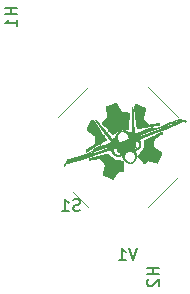
<source format=gbo>
%TF.GenerationSoftware,KiCad,Pcbnew,(5.1.6)-1*%
%TF.CreationDate,2020-06-08T02:24:45-04:00*%
%TF.ProjectId,HAT_SWITCH_BREAKOUT,4841545f-5357-4495-9443-485f42524541,rev?*%
%TF.SameCoordinates,Original*%
%TF.FileFunction,Legend,Bot*%
%TF.FilePolarity,Positive*%
%FSLAX46Y46*%
G04 Gerber Fmt 4.6, Leading zero omitted, Abs format (unit mm)*
G04 Created by KiCad (PCBNEW (5.1.6)-1) date 2020-06-08 02:24:45*
%MOMM*%
%LPD*%
G01*
G04 APERTURE LIST*
%ADD10C,0.150000*%
%ADD11C,0.010000*%
%ADD12C,0.120000*%
G04 APERTURE END LIST*
D10*
X119412522Y-110537379D02*
X119079189Y-111537379D01*
X118745856Y-110537379D01*
X117888713Y-111537379D02*
X118460141Y-111537379D01*
X118174427Y-111537379D02*
X118174427Y-110537379D01*
X118269665Y-110680237D01*
X118364903Y-110775475D01*
X118460141Y-110823094D01*
D11*
%TO.C,G\u002A\u002A\u002A*%
G36*
X121527237Y-100671246D02*
G01*
X121515664Y-100676915D01*
X121497411Y-100685915D01*
X121472923Y-100698023D01*
X121442648Y-100713016D01*
X121407036Y-100730671D01*
X121366532Y-100750766D01*
X121321585Y-100773077D01*
X121272645Y-100797381D01*
X121220156Y-100823457D01*
X121164568Y-100851080D01*
X121106329Y-100880029D01*
X121045886Y-100910080D01*
X120983686Y-100941011D01*
X120920180Y-100972597D01*
X120855814Y-101004618D01*
X120791034Y-101036850D01*
X120726291Y-101069069D01*
X120662031Y-101101054D01*
X120598703Y-101132581D01*
X120536753Y-101163428D01*
X120476632Y-101193371D01*
X120418784Y-101222189D01*
X120363660Y-101249657D01*
X120311705Y-101275553D01*
X120263370Y-101299655D01*
X120219100Y-101321739D01*
X120179346Y-101341583D01*
X120144552Y-101358963D01*
X120115169Y-101373658D01*
X120091643Y-101385443D01*
X120074423Y-101394098D01*
X120063956Y-101399396D01*
X120061219Y-101400811D01*
X120051196Y-101407075D01*
X120047249Y-101413155D01*
X120047418Y-101421190D01*
X120047500Y-101427984D01*
X120046958Y-101442257D01*
X120045862Y-101463051D01*
X120044283Y-101489408D01*
X120042292Y-101520366D01*
X120039957Y-101554968D01*
X120037352Y-101592256D01*
X120034544Y-101631270D01*
X120031606Y-101671052D01*
X120028608Y-101710642D01*
X120025621Y-101749083D01*
X120022714Y-101785414D01*
X120019958Y-101818678D01*
X120017425Y-101847914D01*
X120015185Y-101872166D01*
X120013307Y-101890474D01*
X120012264Y-101899109D01*
X120004736Y-101939452D01*
X119992779Y-101984417D01*
X119977177Y-102031959D01*
X119958717Y-102080032D01*
X119938186Y-102126591D01*
X119916368Y-102169589D01*
X119894053Y-102206983D01*
X119893714Y-102207495D01*
X119888291Y-102214867D01*
X119877967Y-102228082D01*
X119863276Y-102246492D01*
X119844756Y-102269447D01*
X119822941Y-102296302D01*
X119798367Y-102326408D01*
X119771570Y-102359116D01*
X119743084Y-102393779D01*
X119713446Y-102429749D01*
X119683191Y-102466378D01*
X119652855Y-102503019D01*
X119622972Y-102539022D01*
X119594080Y-102573740D01*
X119566712Y-102606525D01*
X119541405Y-102636729D01*
X119518694Y-102663705D01*
X119499115Y-102686803D01*
X119483202Y-102705377D01*
X119471493Y-102718778D01*
X119467491Y-102723217D01*
X119453113Y-102738878D01*
X119736216Y-103048046D01*
X119786430Y-103102802D01*
X119832406Y-103152766D01*
X119873989Y-103197778D01*
X119911030Y-103237675D01*
X119943375Y-103272294D01*
X119970871Y-103301474D01*
X119993369Y-103325055D01*
X120010714Y-103342872D01*
X120022755Y-103354765D01*
X120029341Y-103360570D01*
X120030265Y-103361115D01*
X120042444Y-103362766D01*
X120051413Y-103361301D01*
X120056411Y-103357410D01*
X120066366Y-103347873D01*
X120080617Y-103333383D01*
X120098508Y-103314632D01*
X120119379Y-103292314D01*
X120142571Y-103267121D01*
X120167429Y-103239745D01*
X120175815Y-103230428D01*
X120205546Y-103197392D01*
X120230277Y-103170147D01*
X120250616Y-103148143D01*
X120267168Y-103130824D01*
X120280544Y-103117639D01*
X120291349Y-103108038D01*
X120300191Y-103101465D01*
X120307677Y-103097370D01*
X120314415Y-103095199D01*
X120321013Y-103094403D01*
X120325460Y-103094358D01*
X120331002Y-103095423D01*
X120344153Y-103098465D01*
X120364325Y-103103340D01*
X120390931Y-103109898D01*
X120423385Y-103117992D01*
X120461099Y-103127474D01*
X120503487Y-103138196D01*
X120549961Y-103150011D01*
X120599936Y-103162772D01*
X120652822Y-103176329D01*
X120708034Y-103190537D01*
X120720651Y-103193791D01*
X120786603Y-103210805D01*
X120844858Y-103225808D01*
X120895917Y-103238899D01*
X120940279Y-103250178D01*
X120978448Y-103259745D01*
X121010925Y-103267699D01*
X121038211Y-103274140D01*
X121060806Y-103279168D01*
X121079214Y-103282883D01*
X121093933Y-103285385D01*
X121105468Y-103286774D01*
X121114319Y-103287147D01*
X121120985Y-103286608D01*
X121125970Y-103285253D01*
X121129775Y-103283184D01*
X121132901Y-103280500D01*
X121135849Y-103277300D01*
X121136518Y-103276544D01*
X121139478Y-103271405D01*
X121145676Y-103259216D01*
X121154815Y-103240616D01*
X121166596Y-103216245D01*
X121180723Y-103186741D01*
X121196897Y-103152743D01*
X121214820Y-103114889D01*
X121234194Y-103073818D01*
X121254721Y-103030170D01*
X121276104Y-102984581D01*
X121298045Y-102937692D01*
X121320245Y-102890141D01*
X121342408Y-102842566D01*
X121364234Y-102795606D01*
X121385428Y-102749902D01*
X121405689Y-102706089D01*
X121424721Y-102664808D01*
X121442225Y-102626696D01*
X121457905Y-102592394D01*
X121471461Y-102562539D01*
X121482597Y-102537770D01*
X121491014Y-102518726D01*
X121496414Y-102506046D01*
X121498500Y-102500368D01*
X121498506Y-102500328D01*
X121499267Y-102490209D01*
X121497918Y-102481213D01*
X121493653Y-102472388D01*
X121485662Y-102462784D01*
X121473138Y-102451448D01*
X121455271Y-102437429D01*
X121431254Y-102419776D01*
X121428189Y-102417562D01*
X121414295Y-102407566D01*
X121394219Y-102393161D01*
X121368672Y-102374856D01*
X121338365Y-102353161D01*
X121304008Y-102328583D01*
X121266311Y-102301630D01*
X121225988Y-102272811D01*
X121183746Y-102242635D01*
X121140299Y-102211608D01*
X121101548Y-102183948D01*
X121059286Y-102153739D01*
X121018860Y-102124753D01*
X120980827Y-102097394D01*
X120945743Y-102072065D01*
X120914162Y-102049172D01*
X120886643Y-102029118D01*
X120863740Y-102012309D01*
X120846011Y-101999147D01*
X120834012Y-101990037D01*
X120828298Y-101985385D01*
X120828083Y-101985168D01*
X120819751Y-101974269D01*
X120813993Y-101963393D01*
X120813374Y-101957119D01*
X120813083Y-101943163D01*
X120813095Y-101922306D01*
X120813386Y-101895324D01*
X120813929Y-101862998D01*
X120814699Y-101826104D01*
X120815671Y-101785423D01*
X120816821Y-101741731D01*
X120818122Y-101695809D01*
X120819550Y-101648434D01*
X120821079Y-101600384D01*
X120822684Y-101552439D01*
X120824340Y-101505377D01*
X120826022Y-101459976D01*
X120827704Y-101417015D01*
X120829362Y-101377273D01*
X120830969Y-101341527D01*
X120832502Y-101310556D01*
X120833933Y-101285140D01*
X120835240Y-101266056D01*
X120836396Y-101254083D01*
X120837086Y-101250392D01*
X120842156Y-101238705D01*
X120847311Y-101229963D01*
X120848016Y-101229105D01*
X120852352Y-101226151D01*
X120863480Y-101219210D01*
X120880894Y-101208587D01*
X120904084Y-101194583D01*
X120932545Y-101177501D01*
X120965768Y-101157647D01*
X121003246Y-101135321D01*
X121044473Y-101110828D01*
X121088940Y-101084469D01*
X121136140Y-101056548D01*
X121185566Y-101027369D01*
X121205654Y-101015525D01*
X121269845Y-100977650D01*
X121326962Y-100943856D01*
X121377258Y-100913987D01*
X121420989Y-100887889D01*
X121458411Y-100865405D01*
X121489779Y-100846381D01*
X121515348Y-100830662D01*
X121535374Y-100818091D01*
X121550113Y-100808516D01*
X121559820Y-100801780D01*
X121564750Y-100797728D01*
X121565297Y-100797072D01*
X121570667Y-100787558D01*
X121573290Y-100777709D01*
X121573017Y-100765910D01*
X121569704Y-100750546D01*
X121563202Y-100730005D01*
X121557812Y-100714804D01*
X121550359Y-100694448D01*
X121545039Y-100680841D01*
X121541148Y-100672757D01*
X121537987Y-100668969D01*
X121534850Y-100668247D01*
X121531677Y-100669129D01*
X121527237Y-100671246D01*
G37*
X121527237Y-100671246D02*
X121515664Y-100676915D01*
X121497411Y-100685915D01*
X121472923Y-100698023D01*
X121442648Y-100713016D01*
X121407036Y-100730671D01*
X121366532Y-100750766D01*
X121321585Y-100773077D01*
X121272645Y-100797381D01*
X121220156Y-100823457D01*
X121164568Y-100851080D01*
X121106329Y-100880029D01*
X121045886Y-100910080D01*
X120983686Y-100941011D01*
X120920180Y-100972597D01*
X120855814Y-101004618D01*
X120791034Y-101036850D01*
X120726291Y-101069069D01*
X120662031Y-101101054D01*
X120598703Y-101132581D01*
X120536753Y-101163428D01*
X120476632Y-101193371D01*
X120418784Y-101222189D01*
X120363660Y-101249657D01*
X120311705Y-101275553D01*
X120263370Y-101299655D01*
X120219100Y-101321739D01*
X120179346Y-101341583D01*
X120144552Y-101358963D01*
X120115169Y-101373658D01*
X120091643Y-101385443D01*
X120074423Y-101394098D01*
X120063956Y-101399396D01*
X120061219Y-101400811D01*
X120051196Y-101407075D01*
X120047249Y-101413155D01*
X120047418Y-101421190D01*
X120047500Y-101427984D01*
X120046958Y-101442257D01*
X120045862Y-101463051D01*
X120044283Y-101489408D01*
X120042292Y-101520366D01*
X120039957Y-101554968D01*
X120037352Y-101592256D01*
X120034544Y-101631270D01*
X120031606Y-101671052D01*
X120028608Y-101710642D01*
X120025621Y-101749083D01*
X120022714Y-101785414D01*
X120019958Y-101818678D01*
X120017425Y-101847914D01*
X120015185Y-101872166D01*
X120013307Y-101890474D01*
X120012264Y-101899109D01*
X120004736Y-101939452D01*
X119992779Y-101984417D01*
X119977177Y-102031959D01*
X119958717Y-102080032D01*
X119938186Y-102126591D01*
X119916368Y-102169589D01*
X119894053Y-102206983D01*
X119893714Y-102207495D01*
X119888291Y-102214867D01*
X119877967Y-102228082D01*
X119863276Y-102246492D01*
X119844756Y-102269447D01*
X119822941Y-102296302D01*
X119798367Y-102326408D01*
X119771570Y-102359116D01*
X119743084Y-102393779D01*
X119713446Y-102429749D01*
X119683191Y-102466378D01*
X119652855Y-102503019D01*
X119622972Y-102539022D01*
X119594080Y-102573740D01*
X119566712Y-102606525D01*
X119541405Y-102636729D01*
X119518694Y-102663705D01*
X119499115Y-102686803D01*
X119483202Y-102705377D01*
X119471493Y-102718778D01*
X119467491Y-102723217D01*
X119453113Y-102738878D01*
X119736216Y-103048046D01*
X119786430Y-103102802D01*
X119832406Y-103152766D01*
X119873989Y-103197778D01*
X119911030Y-103237675D01*
X119943375Y-103272294D01*
X119970871Y-103301474D01*
X119993369Y-103325055D01*
X120010714Y-103342872D01*
X120022755Y-103354765D01*
X120029341Y-103360570D01*
X120030265Y-103361115D01*
X120042444Y-103362766D01*
X120051413Y-103361301D01*
X120056411Y-103357410D01*
X120066366Y-103347873D01*
X120080617Y-103333383D01*
X120098508Y-103314632D01*
X120119379Y-103292314D01*
X120142571Y-103267121D01*
X120167429Y-103239745D01*
X120175815Y-103230428D01*
X120205546Y-103197392D01*
X120230277Y-103170147D01*
X120250616Y-103148143D01*
X120267168Y-103130824D01*
X120280544Y-103117639D01*
X120291349Y-103108038D01*
X120300191Y-103101465D01*
X120307677Y-103097370D01*
X120314415Y-103095199D01*
X120321013Y-103094403D01*
X120325460Y-103094358D01*
X120331002Y-103095423D01*
X120344153Y-103098465D01*
X120364325Y-103103340D01*
X120390931Y-103109898D01*
X120423385Y-103117992D01*
X120461099Y-103127474D01*
X120503487Y-103138196D01*
X120549961Y-103150011D01*
X120599936Y-103162772D01*
X120652822Y-103176329D01*
X120708034Y-103190537D01*
X120720651Y-103193791D01*
X120786603Y-103210805D01*
X120844858Y-103225808D01*
X120895917Y-103238899D01*
X120940279Y-103250178D01*
X120978448Y-103259745D01*
X121010925Y-103267699D01*
X121038211Y-103274140D01*
X121060806Y-103279168D01*
X121079214Y-103282883D01*
X121093933Y-103285385D01*
X121105468Y-103286774D01*
X121114319Y-103287147D01*
X121120985Y-103286608D01*
X121125970Y-103285253D01*
X121129775Y-103283184D01*
X121132901Y-103280500D01*
X121135849Y-103277300D01*
X121136518Y-103276544D01*
X121139478Y-103271405D01*
X121145676Y-103259216D01*
X121154815Y-103240616D01*
X121166596Y-103216245D01*
X121180723Y-103186741D01*
X121196897Y-103152743D01*
X121214820Y-103114889D01*
X121234194Y-103073818D01*
X121254721Y-103030170D01*
X121276104Y-102984581D01*
X121298045Y-102937692D01*
X121320245Y-102890141D01*
X121342408Y-102842566D01*
X121364234Y-102795606D01*
X121385428Y-102749902D01*
X121405689Y-102706089D01*
X121424721Y-102664808D01*
X121442225Y-102626696D01*
X121457905Y-102592394D01*
X121471461Y-102562539D01*
X121482597Y-102537770D01*
X121491014Y-102518726D01*
X121496414Y-102506046D01*
X121498500Y-102500368D01*
X121498506Y-102500328D01*
X121499267Y-102490209D01*
X121497918Y-102481213D01*
X121493653Y-102472388D01*
X121485662Y-102462784D01*
X121473138Y-102451448D01*
X121455271Y-102437429D01*
X121431254Y-102419776D01*
X121428189Y-102417562D01*
X121414295Y-102407566D01*
X121394219Y-102393161D01*
X121368672Y-102374856D01*
X121338365Y-102353161D01*
X121304008Y-102328583D01*
X121266311Y-102301630D01*
X121225988Y-102272811D01*
X121183746Y-102242635D01*
X121140299Y-102211608D01*
X121101548Y-102183948D01*
X121059286Y-102153739D01*
X121018860Y-102124753D01*
X120980827Y-102097394D01*
X120945743Y-102072065D01*
X120914162Y-102049172D01*
X120886643Y-102029118D01*
X120863740Y-102012309D01*
X120846011Y-101999147D01*
X120834012Y-101990037D01*
X120828298Y-101985385D01*
X120828083Y-101985168D01*
X120819751Y-101974269D01*
X120813993Y-101963393D01*
X120813374Y-101957119D01*
X120813083Y-101943163D01*
X120813095Y-101922306D01*
X120813386Y-101895324D01*
X120813929Y-101862998D01*
X120814699Y-101826104D01*
X120815671Y-101785423D01*
X120816821Y-101741731D01*
X120818122Y-101695809D01*
X120819550Y-101648434D01*
X120821079Y-101600384D01*
X120822684Y-101552439D01*
X120824340Y-101505377D01*
X120826022Y-101459976D01*
X120827704Y-101417015D01*
X120829362Y-101377273D01*
X120830969Y-101341527D01*
X120832502Y-101310556D01*
X120833933Y-101285140D01*
X120835240Y-101266056D01*
X120836396Y-101254083D01*
X120837086Y-101250392D01*
X120842156Y-101238705D01*
X120847311Y-101229963D01*
X120848016Y-101229105D01*
X120852352Y-101226151D01*
X120863480Y-101219210D01*
X120880894Y-101208587D01*
X120904084Y-101194583D01*
X120932545Y-101177501D01*
X120965768Y-101157647D01*
X121003246Y-101135321D01*
X121044473Y-101110828D01*
X121088940Y-101084469D01*
X121136140Y-101056548D01*
X121185566Y-101027369D01*
X121205654Y-101015525D01*
X121269845Y-100977650D01*
X121326962Y-100943856D01*
X121377258Y-100913987D01*
X121420989Y-100887889D01*
X121458411Y-100865405D01*
X121489779Y-100846381D01*
X121515348Y-100830662D01*
X121535374Y-100818091D01*
X121550113Y-100808516D01*
X121559820Y-100801780D01*
X121564750Y-100797728D01*
X121565297Y-100797072D01*
X121570667Y-100787558D01*
X121573290Y-100777709D01*
X121573017Y-100765910D01*
X121569704Y-100750546D01*
X121563202Y-100730005D01*
X121557812Y-100714804D01*
X121550359Y-100694448D01*
X121545039Y-100680841D01*
X121541148Y-100672757D01*
X121537987Y-100668969D01*
X121534850Y-100668247D01*
X121531677Y-100669129D01*
X121527237Y-100671246D01*
G36*
X115343834Y-102921609D02*
G01*
X115341777Y-102924247D01*
X115341798Y-102929259D01*
X115344114Y-102938098D01*
X115348941Y-102952219D01*
X115355080Y-102969180D01*
X115365529Y-102995855D01*
X115375056Y-103015289D01*
X115384391Y-103028542D01*
X115394270Y-103036677D01*
X115404320Y-103040520D01*
X115410158Y-103040219D01*
X115423811Y-103038579D01*
X115444744Y-103035681D01*
X115472428Y-103031609D01*
X115506328Y-103026446D01*
X115545914Y-103020275D01*
X115590652Y-103013179D01*
X115640011Y-103005242D01*
X115693459Y-102996546D01*
X115750464Y-102987174D01*
X115810491Y-102977210D01*
X115818850Y-102975815D01*
X115876275Y-102966251D01*
X115931411Y-102957115D01*
X115983676Y-102948504D01*
X116032486Y-102940507D01*
X116077257Y-102933222D01*
X116117408Y-102926741D01*
X116152354Y-102921158D01*
X116181512Y-102916568D01*
X116204300Y-102913064D01*
X116220134Y-102910741D01*
X116228431Y-102909691D01*
X116229502Y-102909648D01*
X116234432Y-102910650D01*
X116239560Y-102912440D01*
X116245280Y-102915419D01*
X116251983Y-102919988D01*
X116260059Y-102926546D01*
X116269902Y-102935495D01*
X116281903Y-102947237D01*
X116296453Y-102962170D01*
X116313944Y-102980696D01*
X116334768Y-103003217D01*
X116359317Y-103030131D01*
X116387983Y-103061842D01*
X116421156Y-103098748D01*
X116459228Y-103141252D01*
X116495147Y-103181422D01*
X116542363Y-103234343D01*
X116583964Y-103281172D01*
X116620075Y-103322049D01*
X116650813Y-103357113D01*
X116676298Y-103386501D01*
X116696652Y-103410354D01*
X116711993Y-103428810D01*
X116722443Y-103442009D01*
X116728122Y-103450088D01*
X116729170Y-103452141D01*
X116732414Y-103466070D01*
X116732913Y-103479504D01*
X116732834Y-103480161D01*
X116731538Y-103486141D01*
X116728276Y-103499707D01*
X116723202Y-103520248D01*
X116716472Y-103547157D01*
X116708242Y-103579818D01*
X116698664Y-103617625D01*
X116687893Y-103659967D01*
X116676085Y-103706231D01*
X116663395Y-103755810D01*
X116649976Y-103808090D01*
X116637310Y-103857312D01*
X116623265Y-103911826D01*
X116609721Y-103964408D01*
X116596838Y-104014423D01*
X116584782Y-104061235D01*
X116573716Y-104104210D01*
X116563801Y-104142713D01*
X116555205Y-104176108D01*
X116548087Y-104203761D01*
X116542615Y-104225037D01*
X116538948Y-104239300D01*
X116537358Y-104245503D01*
X116533993Y-104267300D01*
X116536451Y-104284091D01*
X116537554Y-104286541D01*
X116539358Y-104289099D01*
X116542308Y-104291983D01*
X116546843Y-104295414D01*
X116553406Y-104299609D01*
X116562439Y-104304790D01*
X116574384Y-104311174D01*
X116589682Y-104318981D01*
X116608776Y-104328432D01*
X116632107Y-104339743D01*
X116660118Y-104353136D01*
X116693251Y-104368830D01*
X116731946Y-104387043D01*
X116776646Y-104407995D01*
X116827794Y-104431906D01*
X116885831Y-104458994D01*
X116936484Y-104482620D01*
X117001738Y-104513095D01*
X117059732Y-104540233D01*
X117110929Y-104564174D01*
X117155786Y-104585063D01*
X117194763Y-104603039D01*
X117228321Y-104618247D01*
X117256918Y-104630827D01*
X117281015Y-104640922D01*
X117301072Y-104648674D01*
X117317547Y-104654227D01*
X117330901Y-104657720D01*
X117341594Y-104659297D01*
X117350085Y-104659099D01*
X117356833Y-104657270D01*
X117362299Y-104653952D01*
X117366942Y-104649286D01*
X117371223Y-104643413D01*
X117375599Y-104636478D01*
X117380532Y-104628622D01*
X117385410Y-104621460D01*
X117391684Y-104612708D01*
X117402462Y-104597651D01*
X117417328Y-104576868D01*
X117435865Y-104550946D01*
X117457657Y-104520464D01*
X117482287Y-104486007D01*
X117509338Y-104448159D01*
X117538393Y-104407500D01*
X117569037Y-104364614D01*
X117600852Y-104320085D01*
X117619006Y-104294674D01*
X117656198Y-104242639D01*
X117688822Y-104197070D01*
X117717206Y-104157528D01*
X117741684Y-104123574D01*
X117762584Y-104094768D01*
X117780237Y-104070674D01*
X117794974Y-104050850D01*
X117807127Y-104034858D01*
X117817025Y-104022261D01*
X117824999Y-104012617D01*
X117831380Y-104005489D01*
X117836499Y-104000437D01*
X117840687Y-103997024D01*
X117844272Y-103994809D01*
X117845303Y-103994302D01*
X117850073Y-103992321D01*
X117855342Y-103990893D01*
X117861953Y-103990089D01*
X117870749Y-103989983D01*
X117882570Y-103990646D01*
X117898259Y-103992149D01*
X117918660Y-103994565D01*
X117944613Y-103997965D01*
X117976960Y-104002421D01*
X118016544Y-104008007D01*
X118032465Y-104010270D01*
X118078814Y-104016717D01*
X118119035Y-104022005D01*
X118152725Y-104026091D01*
X118179484Y-104028929D01*
X118198908Y-104030476D01*
X118210598Y-104030685D01*
X118213519Y-104030240D01*
X118224648Y-104022340D01*
X118229832Y-104014166D01*
X118230591Y-104008600D01*
X118231673Y-103995166D01*
X118233051Y-103974455D01*
X118234695Y-103947058D01*
X118236578Y-103913567D01*
X118238669Y-103874573D01*
X118240942Y-103830667D01*
X118243367Y-103782441D01*
X118245917Y-103730485D01*
X118248561Y-103675390D01*
X118251272Y-103617749D01*
X118254021Y-103558152D01*
X118256779Y-103497191D01*
X118259519Y-103435456D01*
X118262210Y-103373540D01*
X118264826Y-103312033D01*
X118267336Y-103251526D01*
X118269714Y-103192611D01*
X118270484Y-103173106D01*
X118267177Y-103168903D01*
X118262602Y-103168144D01*
X118256001Y-103167488D01*
X118241871Y-103165400D01*
X118220998Y-103162025D01*
X118194173Y-103157508D01*
X118162185Y-103151990D01*
X118125820Y-103145619D01*
X118085869Y-103138535D01*
X118043122Y-103130886D01*
X117998365Y-103122814D01*
X117952387Y-103114462D01*
X117905978Y-103105977D01*
X117859926Y-103097502D01*
X117815021Y-103089180D01*
X117772049Y-103081155D01*
X117731801Y-103073572D01*
X117695065Y-103066576D01*
X117662630Y-103060309D01*
X117635285Y-103054917D01*
X117613817Y-103050543D01*
X117599017Y-103047331D01*
X117592782Y-103045776D01*
X117551897Y-103031864D01*
X117507225Y-103013039D01*
X117460897Y-102990442D01*
X117415048Y-102965214D01*
X117371810Y-102938493D01*
X117333317Y-102911420D01*
X117316499Y-102898094D01*
X117308674Y-102891015D01*
X117295807Y-102878678D01*
X117278594Y-102861793D01*
X117257730Y-102841067D01*
X117233908Y-102817211D01*
X117207825Y-102790932D01*
X117180174Y-102762939D01*
X117151649Y-102733942D01*
X117122947Y-102704649D01*
X117094760Y-102675767D01*
X117067784Y-102648009D01*
X117042715Y-102622079D01*
X117020245Y-102598690D01*
X117001071Y-102578547D01*
X116985886Y-102562361D01*
X116975385Y-102550841D01*
X116970601Y-102545166D01*
X116964068Y-102536553D01*
X116960197Y-102531749D01*
X116959792Y-102531380D01*
X116955699Y-102532369D01*
X116943768Y-102535241D01*
X116924395Y-102539901D01*
X116897976Y-102546253D01*
X116864906Y-102554202D01*
X116825579Y-102563656D01*
X116780391Y-102574516D01*
X116729739Y-102586689D01*
X116674017Y-102600080D01*
X116613620Y-102614594D01*
X116548944Y-102630136D01*
X116480382Y-102646610D01*
X116408333Y-102663922D01*
X116333190Y-102681976D01*
X116255349Y-102700679D01*
X116175204Y-102719935D01*
X116158247Y-102724009D01*
X116077526Y-102743408D01*
X115998943Y-102762306D01*
X115922901Y-102780603D01*
X115849801Y-102798204D01*
X115780042Y-102815012D01*
X115714028Y-102830929D01*
X115652159Y-102845859D01*
X115594837Y-102859704D01*
X115542462Y-102872368D01*
X115495436Y-102883755D01*
X115454160Y-102893764D01*
X115419037Y-102902303D01*
X115390465Y-102909272D01*
X115368848Y-102914574D01*
X115354585Y-102918114D01*
X115348079Y-102919793D01*
X115347756Y-102919893D01*
X115343834Y-102921609D01*
G37*
X115343834Y-102921609D02*
X115341777Y-102924247D01*
X115341798Y-102929259D01*
X115344114Y-102938098D01*
X115348941Y-102952219D01*
X115355080Y-102969180D01*
X115365529Y-102995855D01*
X115375056Y-103015289D01*
X115384391Y-103028542D01*
X115394270Y-103036677D01*
X115404320Y-103040520D01*
X115410158Y-103040219D01*
X115423811Y-103038579D01*
X115444744Y-103035681D01*
X115472428Y-103031609D01*
X115506328Y-103026446D01*
X115545914Y-103020275D01*
X115590652Y-103013179D01*
X115640011Y-103005242D01*
X115693459Y-102996546D01*
X115750464Y-102987174D01*
X115810491Y-102977210D01*
X115818850Y-102975815D01*
X115876275Y-102966251D01*
X115931411Y-102957115D01*
X115983676Y-102948504D01*
X116032486Y-102940507D01*
X116077257Y-102933222D01*
X116117408Y-102926741D01*
X116152354Y-102921158D01*
X116181512Y-102916568D01*
X116204300Y-102913064D01*
X116220134Y-102910741D01*
X116228431Y-102909691D01*
X116229502Y-102909648D01*
X116234432Y-102910650D01*
X116239560Y-102912440D01*
X116245280Y-102915419D01*
X116251983Y-102919988D01*
X116260059Y-102926546D01*
X116269902Y-102935495D01*
X116281903Y-102947237D01*
X116296453Y-102962170D01*
X116313944Y-102980696D01*
X116334768Y-103003217D01*
X116359317Y-103030131D01*
X116387983Y-103061842D01*
X116421156Y-103098748D01*
X116459228Y-103141252D01*
X116495147Y-103181422D01*
X116542363Y-103234343D01*
X116583964Y-103281172D01*
X116620075Y-103322049D01*
X116650813Y-103357113D01*
X116676298Y-103386501D01*
X116696652Y-103410354D01*
X116711993Y-103428810D01*
X116722443Y-103442009D01*
X116728122Y-103450088D01*
X116729170Y-103452141D01*
X116732414Y-103466070D01*
X116732913Y-103479504D01*
X116732834Y-103480161D01*
X116731538Y-103486141D01*
X116728276Y-103499707D01*
X116723202Y-103520248D01*
X116716472Y-103547157D01*
X116708242Y-103579818D01*
X116698664Y-103617625D01*
X116687893Y-103659967D01*
X116676085Y-103706231D01*
X116663395Y-103755810D01*
X116649976Y-103808090D01*
X116637310Y-103857312D01*
X116623265Y-103911826D01*
X116609721Y-103964408D01*
X116596838Y-104014423D01*
X116584782Y-104061235D01*
X116573716Y-104104210D01*
X116563801Y-104142713D01*
X116555205Y-104176108D01*
X116548087Y-104203761D01*
X116542615Y-104225037D01*
X116538948Y-104239300D01*
X116537358Y-104245503D01*
X116533993Y-104267300D01*
X116536451Y-104284091D01*
X116537554Y-104286541D01*
X116539358Y-104289099D01*
X116542308Y-104291983D01*
X116546843Y-104295414D01*
X116553406Y-104299609D01*
X116562439Y-104304790D01*
X116574384Y-104311174D01*
X116589682Y-104318981D01*
X116608776Y-104328432D01*
X116632107Y-104339743D01*
X116660118Y-104353136D01*
X116693251Y-104368830D01*
X116731946Y-104387043D01*
X116776646Y-104407995D01*
X116827794Y-104431906D01*
X116885831Y-104458994D01*
X116936484Y-104482620D01*
X117001738Y-104513095D01*
X117059732Y-104540233D01*
X117110929Y-104564174D01*
X117155786Y-104585063D01*
X117194763Y-104603039D01*
X117228321Y-104618247D01*
X117256918Y-104630827D01*
X117281015Y-104640922D01*
X117301072Y-104648674D01*
X117317547Y-104654227D01*
X117330901Y-104657720D01*
X117341594Y-104659297D01*
X117350085Y-104659099D01*
X117356833Y-104657270D01*
X117362299Y-104653952D01*
X117366942Y-104649286D01*
X117371223Y-104643413D01*
X117375599Y-104636478D01*
X117380532Y-104628622D01*
X117385410Y-104621460D01*
X117391684Y-104612708D01*
X117402462Y-104597651D01*
X117417328Y-104576868D01*
X117435865Y-104550946D01*
X117457657Y-104520464D01*
X117482287Y-104486007D01*
X117509338Y-104448159D01*
X117538393Y-104407500D01*
X117569037Y-104364614D01*
X117600852Y-104320085D01*
X117619006Y-104294674D01*
X117656198Y-104242639D01*
X117688822Y-104197070D01*
X117717206Y-104157528D01*
X117741684Y-104123574D01*
X117762584Y-104094768D01*
X117780237Y-104070674D01*
X117794974Y-104050850D01*
X117807127Y-104034858D01*
X117817025Y-104022261D01*
X117824999Y-104012617D01*
X117831380Y-104005489D01*
X117836499Y-104000437D01*
X117840687Y-103997024D01*
X117844272Y-103994809D01*
X117845303Y-103994302D01*
X117850073Y-103992321D01*
X117855342Y-103990893D01*
X117861953Y-103990089D01*
X117870749Y-103989983D01*
X117882570Y-103990646D01*
X117898259Y-103992149D01*
X117918660Y-103994565D01*
X117944613Y-103997965D01*
X117976960Y-104002421D01*
X118016544Y-104008007D01*
X118032465Y-104010270D01*
X118078814Y-104016717D01*
X118119035Y-104022005D01*
X118152725Y-104026091D01*
X118179484Y-104028929D01*
X118198908Y-104030476D01*
X118210598Y-104030685D01*
X118213519Y-104030240D01*
X118224648Y-104022340D01*
X118229832Y-104014166D01*
X118230591Y-104008600D01*
X118231673Y-103995166D01*
X118233051Y-103974455D01*
X118234695Y-103947058D01*
X118236578Y-103913567D01*
X118238669Y-103874573D01*
X118240942Y-103830667D01*
X118243367Y-103782441D01*
X118245917Y-103730485D01*
X118248561Y-103675390D01*
X118251272Y-103617749D01*
X118254021Y-103558152D01*
X118256779Y-103497191D01*
X118259519Y-103435456D01*
X118262210Y-103373540D01*
X118264826Y-103312033D01*
X118267336Y-103251526D01*
X118269714Y-103192611D01*
X118270484Y-103173106D01*
X118267177Y-103168903D01*
X118262602Y-103168144D01*
X118256001Y-103167488D01*
X118241871Y-103165400D01*
X118220998Y-103162025D01*
X118194173Y-103157508D01*
X118162185Y-103151990D01*
X118125820Y-103145619D01*
X118085869Y-103138535D01*
X118043122Y-103130886D01*
X117998365Y-103122814D01*
X117952387Y-103114462D01*
X117905978Y-103105977D01*
X117859926Y-103097502D01*
X117815021Y-103089180D01*
X117772049Y-103081155D01*
X117731801Y-103073572D01*
X117695065Y-103066576D01*
X117662630Y-103060309D01*
X117635285Y-103054917D01*
X117613817Y-103050543D01*
X117599017Y-103047331D01*
X117592782Y-103045776D01*
X117551897Y-103031864D01*
X117507225Y-103013039D01*
X117460897Y-102990442D01*
X117415048Y-102965214D01*
X117371810Y-102938493D01*
X117333317Y-102911420D01*
X117316499Y-102898094D01*
X117308674Y-102891015D01*
X117295807Y-102878678D01*
X117278594Y-102861793D01*
X117257730Y-102841067D01*
X117233908Y-102817211D01*
X117207825Y-102790932D01*
X117180174Y-102762939D01*
X117151649Y-102733942D01*
X117122947Y-102704649D01*
X117094760Y-102675767D01*
X117067784Y-102648009D01*
X117042715Y-102622079D01*
X117020245Y-102598690D01*
X117001071Y-102578547D01*
X116985886Y-102562361D01*
X116975385Y-102550841D01*
X116970601Y-102545166D01*
X116964068Y-102536553D01*
X116960197Y-102531749D01*
X116959792Y-102531380D01*
X116955699Y-102532369D01*
X116943768Y-102535241D01*
X116924395Y-102539901D01*
X116897976Y-102546253D01*
X116864906Y-102554202D01*
X116825579Y-102563656D01*
X116780391Y-102574516D01*
X116729739Y-102586689D01*
X116674017Y-102600080D01*
X116613620Y-102614594D01*
X116548944Y-102630136D01*
X116480382Y-102646610D01*
X116408333Y-102663922D01*
X116333190Y-102681976D01*
X116255349Y-102700679D01*
X116175204Y-102719935D01*
X116158247Y-102724009D01*
X116077526Y-102743408D01*
X115998943Y-102762306D01*
X115922901Y-102780603D01*
X115849801Y-102798204D01*
X115780042Y-102815012D01*
X115714028Y-102830929D01*
X115652159Y-102845859D01*
X115594837Y-102859704D01*
X115542462Y-102872368D01*
X115495436Y-102883755D01*
X115454160Y-102893764D01*
X115419037Y-102902303D01*
X115390465Y-102909272D01*
X115368848Y-102914574D01*
X115354585Y-102918114D01*
X115348079Y-102919793D01*
X115347756Y-102919893D01*
X115343834Y-102921609D01*
G36*
X118987146Y-98582164D02*
G01*
X118982274Y-98587313D01*
X118981134Y-98595368D01*
X118981135Y-98595982D01*
X118981183Y-98603385D01*
X118981286Y-98618765D01*
X118981443Y-98641632D01*
X118981648Y-98671497D01*
X118981900Y-98707868D01*
X118982195Y-98750257D01*
X118982528Y-98798174D01*
X118982897Y-98851130D01*
X118983297Y-98908634D01*
X118983727Y-98970196D01*
X118984182Y-99035329D01*
X118984659Y-99103540D01*
X118985154Y-99174341D01*
X118985664Y-99247242D01*
X118986186Y-99321753D01*
X118986715Y-99397384D01*
X118987249Y-99473646D01*
X118987786Y-99550048D01*
X118988319Y-99626102D01*
X118988847Y-99701317D01*
X118989366Y-99775204D01*
X118989872Y-99847273D01*
X118990363Y-99917034D01*
X118990834Y-99983997D01*
X118991283Y-100047673D01*
X118991705Y-100107572D01*
X118992098Y-100163205D01*
X118992458Y-100214080D01*
X118992782Y-100259710D01*
X118993064Y-100299603D01*
X118993304Y-100333270D01*
X118993357Y-100340608D01*
X118993731Y-100393772D01*
X118994076Y-100444455D01*
X118994389Y-100492024D01*
X118994664Y-100535847D01*
X118994900Y-100575292D01*
X118995091Y-100609725D01*
X118995236Y-100638516D01*
X118995330Y-100661031D01*
X118995370Y-100676638D01*
X118995351Y-100684705D01*
X118995321Y-100685712D01*
X118991239Y-100686418D01*
X118981753Y-100686446D01*
X118978989Y-100686338D01*
X118960650Y-100687069D01*
X118935725Y-100690420D01*
X118905572Y-100696081D01*
X118871547Y-100703739D01*
X118835008Y-100713083D01*
X118797312Y-100723805D01*
X118759816Y-100735591D01*
X118750821Y-100738603D01*
X118708643Y-100752914D01*
X118677672Y-100727541D01*
X118641421Y-100699961D01*
X118601230Y-100673051D01*
X118559069Y-100647921D01*
X118516910Y-100625685D01*
X118476723Y-100607451D01*
X118442348Y-100594904D01*
X118408246Y-100586511D01*
X118367660Y-100580183D01*
X118322335Y-100575991D01*
X118274017Y-100574010D01*
X118224450Y-100574313D01*
X118175380Y-100576975D01*
X118130693Y-100581770D01*
X118097140Y-100588153D01*
X118058952Y-100598369D01*
X118018534Y-100611544D01*
X117978289Y-100626803D01*
X117940620Y-100643273D01*
X117907930Y-100660077D01*
X117895990Y-100667195D01*
X117851484Y-100697266D01*
X117808174Y-100730443D01*
X117767279Y-100765585D01*
X117730020Y-100801552D01*
X117697615Y-100837203D01*
X117671284Y-100871399D01*
X117661356Y-100886639D01*
X117641786Y-100922473D01*
X117622713Y-100964191D01*
X117605075Y-101009223D01*
X117589812Y-101054997D01*
X117577859Y-101098943D01*
X117570633Y-101135284D01*
X117565446Y-101168955D01*
X117520871Y-101186286D01*
X117469756Y-101207470D01*
X117420643Y-101230352D01*
X117375169Y-101254084D01*
X117334971Y-101277819D01*
X117305911Y-101297558D01*
X117305189Y-101297679D01*
X117303965Y-101297129D01*
X117302070Y-101295711D01*
X117299337Y-101293219D01*
X117295598Y-101289456D01*
X117290684Y-101284218D01*
X117284427Y-101277304D01*
X117276659Y-101268513D01*
X117267211Y-101257643D01*
X117255917Y-101244495D01*
X117242608Y-101228865D01*
X117227114Y-101210552D01*
X117209270Y-101189356D01*
X117188905Y-101165076D01*
X117165852Y-101137508D01*
X117139943Y-101106454D01*
X117111010Y-101071710D01*
X117078884Y-101033076D01*
X117043399Y-100990350D01*
X117004384Y-100943331D01*
X116961672Y-100891818D01*
X116915097Y-100835609D01*
X116864487Y-100774503D01*
X116809677Y-100708299D01*
X116750497Y-100636795D01*
X116686780Y-100559790D01*
X116618357Y-100477083D01*
X116545060Y-100388472D01*
X116466722Y-100293756D01*
X116383174Y-100192734D01*
X116375174Y-100183061D01*
X115962803Y-99684429D01*
X115944832Y-99689639D01*
X115932566Y-99694215D01*
X115925217Y-99700695D01*
X115919850Y-99710765D01*
X115912840Y-99726680D01*
X116562238Y-100604242D01*
X117211636Y-101481804D01*
X117204256Y-101493879D01*
X117199329Y-101500367D01*
X117189529Y-101511992D01*
X117175772Y-101527712D01*
X117158976Y-101546486D01*
X117140058Y-101567276D01*
X117128577Y-101579734D01*
X117060277Y-101653516D01*
X116769219Y-101740721D01*
X116682874Y-101766598D01*
X116604211Y-101790193D01*
X116532799Y-101811640D01*
X116468204Y-101831075D01*
X116409993Y-101848632D01*
X116357735Y-101864447D01*
X116310999Y-101878656D01*
X116269352Y-101891392D01*
X116232360Y-101902792D01*
X116199594Y-101912989D01*
X116170618Y-101922120D01*
X116145003Y-101930321D01*
X116122316Y-101937723D01*
X116102124Y-101944466D01*
X116083995Y-101950682D01*
X116067498Y-101956508D01*
X116052199Y-101962078D01*
X116037666Y-101967527D01*
X116023468Y-101972990D01*
X116012233Y-101977394D01*
X115957176Y-101999510D01*
X115908875Y-102019734D01*
X115867616Y-102037940D01*
X115833689Y-102053996D01*
X115807378Y-102067774D01*
X115794372Y-102075526D01*
X115773962Y-102091913D01*
X115760446Y-102111231D01*
X115752799Y-102135215D01*
X115750857Y-102149532D01*
X115749895Y-102158811D01*
X115749370Y-102166295D01*
X115750051Y-102172019D01*
X115752710Y-102176020D01*
X115758115Y-102178334D01*
X115767039Y-102178997D01*
X115780251Y-102178045D01*
X115798523Y-102175514D01*
X115822622Y-102171442D01*
X115853322Y-102165862D01*
X115891390Y-102158814D01*
X115902921Y-102156684D01*
X115947358Y-102148523D01*
X115984003Y-102141874D01*
X116013379Y-102136655D01*
X116036007Y-102132783D01*
X116052411Y-102130176D01*
X116063111Y-102128750D01*
X116068633Y-102128423D01*
X116069497Y-102129112D01*
X116066228Y-102130734D01*
X116065847Y-102130885D01*
X116061079Y-102132781D01*
X116048883Y-102137645D01*
X116029691Y-102145303D01*
X116003937Y-102155581D01*
X115972054Y-102168306D01*
X115934476Y-102183307D01*
X115891636Y-102200410D01*
X115843968Y-102219440D01*
X115791906Y-102240227D01*
X115735882Y-102262595D01*
X115676331Y-102286373D01*
X115613686Y-102311387D01*
X115548381Y-102337463D01*
X115480849Y-102364430D01*
X115457913Y-102373589D01*
X114857866Y-102613206D01*
X114295625Y-102794441D01*
X114228016Y-102816229D01*
X114162030Y-102837484D01*
X114098179Y-102858041D01*
X114036972Y-102877738D01*
X113978921Y-102896409D01*
X113924537Y-102913890D01*
X113874331Y-102930017D01*
X113828814Y-102944627D01*
X113788497Y-102957555D01*
X113753891Y-102968637D01*
X113725506Y-102977708D01*
X113703855Y-102984606D01*
X113689447Y-102989165D01*
X113684535Y-102990697D01*
X113635685Y-103005718D01*
X113633209Y-102993707D01*
X113627147Y-102979202D01*
X113616955Y-102971490D01*
X113603544Y-102970563D01*
X113587830Y-102976411D01*
X113570723Y-102989029D01*
X113565308Y-102994284D01*
X113560648Y-103000126D01*
X113551757Y-103012281D01*
X113539127Y-103030030D01*
X113523246Y-103052658D01*
X113504605Y-103079446D01*
X113483693Y-103109678D01*
X113461000Y-103142638D01*
X113437017Y-103177610D01*
X113412233Y-103213874D01*
X113387139Y-103250714D01*
X113362224Y-103287415D01*
X113337977Y-103323258D01*
X113314891Y-103357527D01*
X113293453Y-103389506D01*
X113274155Y-103418475D01*
X113257485Y-103443720D01*
X113243933Y-103464524D01*
X113243556Y-103465108D01*
X113230109Y-103490332D01*
X113223654Y-103514277D01*
X113223227Y-103536127D01*
X113226244Y-103551238D01*
X113232734Y-103559800D01*
X113243402Y-103562001D01*
X113258948Y-103558036D01*
X113275610Y-103550427D01*
X113282211Y-103546715D01*
X113288501Y-103542162D01*
X113295203Y-103535892D01*
X113303041Y-103527031D01*
X113312739Y-103514702D01*
X113325020Y-103498030D01*
X113340609Y-103476137D01*
X113360229Y-103448150D01*
X113360777Y-103447364D01*
X113425388Y-103354830D01*
X113507662Y-103333325D01*
X113540298Y-103324779D01*
X113578845Y-103314661D01*
X113622623Y-103303150D01*
X113670954Y-103290426D01*
X113723158Y-103276667D01*
X113778557Y-103262055D01*
X113836472Y-103246768D01*
X113896226Y-103230985D01*
X113957139Y-103214888D01*
X114018533Y-103198654D01*
X114079728Y-103182464D01*
X114140047Y-103166498D01*
X114198811Y-103150934D01*
X114255340Y-103135952D01*
X114308957Y-103121732D01*
X114358983Y-103108453D01*
X114404739Y-103096297D01*
X114445546Y-103085440D01*
X114480727Y-103076064D01*
X114509603Y-103068348D01*
X114531493Y-103062472D01*
X114543191Y-103059305D01*
X114562322Y-103053997D01*
X114581961Y-103048336D01*
X114602741Y-103042110D01*
X114625294Y-103035109D01*
X114650254Y-103027121D01*
X114678249Y-103017936D01*
X114709915Y-103007342D01*
X114745881Y-102995127D01*
X114786781Y-102981082D01*
X114833245Y-102964994D01*
X114885907Y-102946653D01*
X114945399Y-102925847D01*
X114999084Y-102907022D01*
X115045471Y-102890745D01*
X115090061Y-102875104D01*
X115133318Y-102859937D01*
X115175701Y-102845083D01*
X115217677Y-102830382D01*
X115259706Y-102815671D01*
X115302251Y-102800789D01*
X115345774Y-102785575D01*
X115390739Y-102769868D01*
X115437607Y-102753505D01*
X115486841Y-102736328D01*
X115538903Y-102718172D01*
X115594255Y-102698879D01*
X115653363Y-102678285D01*
X115716685Y-102656230D01*
X115784686Y-102632552D01*
X115857827Y-102607091D01*
X115936572Y-102579685D01*
X116021383Y-102550172D01*
X116112722Y-102518390D01*
X116211052Y-102484180D01*
X116316836Y-102447380D01*
X116336258Y-102440624D01*
X116424006Y-102410099D01*
X116504118Y-102382235D01*
X116576960Y-102356908D01*
X116642891Y-102333998D01*
X116702276Y-102313384D01*
X116755476Y-102294941D01*
X116802854Y-102278550D01*
X116844772Y-102264088D01*
X116881593Y-102251434D01*
X116913679Y-102240467D01*
X116941392Y-102231063D01*
X116965096Y-102223103D01*
X116985152Y-102216464D01*
X117001923Y-102211024D01*
X117015772Y-102206661D01*
X117027059Y-102203254D01*
X117036150Y-102200682D01*
X117043404Y-102198822D01*
X117049186Y-102197553D01*
X117053857Y-102196753D01*
X117057780Y-102196300D01*
X117061317Y-102196072D01*
X117064831Y-102195949D01*
X117064865Y-102195949D01*
X117088310Y-102193577D01*
X117117624Y-102187982D01*
X117151037Y-102179597D01*
X117186782Y-102168859D01*
X117216078Y-102158789D01*
X117235880Y-102151686D01*
X117249083Y-102147342D01*
X117256995Y-102145504D01*
X117260927Y-102145920D01*
X117262192Y-102148337D01*
X117262243Y-102149870D01*
X117262260Y-102174644D01*
X117263126Y-102203037D01*
X117264684Y-102232517D01*
X117266782Y-102260553D01*
X117269262Y-102284613D01*
X117271346Y-102298886D01*
X117275804Y-102319260D01*
X117282370Y-102343657D01*
X117289975Y-102368257D01*
X117294240Y-102380563D01*
X117306308Y-102411208D01*
X117319473Y-102439044D01*
X117334508Y-102464990D01*
X117352183Y-102489966D01*
X117373273Y-102514895D01*
X117398549Y-102540697D01*
X117428785Y-102568292D01*
X117464750Y-102598601D01*
X117502513Y-102628846D01*
X117521273Y-102641753D01*
X117546048Y-102656120D01*
X117574749Y-102670962D01*
X117605284Y-102685295D01*
X117635564Y-102698140D01*
X117663494Y-102708512D01*
X117686368Y-102715280D01*
X117749763Y-102727055D01*
X117812314Y-102731915D01*
X117873190Y-102729976D01*
X117931559Y-102721358D01*
X117986591Y-102706174D01*
X118037454Y-102684545D01*
X118078464Y-102660021D01*
X118092532Y-102650381D01*
X118104370Y-102642516D01*
X118111916Y-102637789D01*
X118112964Y-102637221D01*
X118116004Y-102637307D01*
X118119676Y-102641170D01*
X118124618Y-102649895D01*
X118131465Y-102664570D01*
X118138685Y-102681194D01*
X118153752Y-102716799D01*
X118165824Y-102746188D01*
X118175451Y-102770832D01*
X118183187Y-102792204D01*
X118189583Y-102811772D01*
X118195191Y-102831009D01*
X118196059Y-102834184D01*
X118208935Y-102871295D01*
X118228159Y-102912121D01*
X118253070Y-102955635D01*
X118283003Y-103000811D01*
X118317290Y-103046623D01*
X118355269Y-103092044D01*
X118381876Y-103121140D01*
X118422389Y-103161029D01*
X118463593Y-103195448D01*
X118507595Y-103225899D01*
X118556500Y-103253885D01*
X118594182Y-103272533D01*
X118663866Y-103301514D01*
X118731880Y-103322225D01*
X118798297Y-103334682D01*
X118863190Y-103338900D01*
X118897285Y-103337780D01*
X118927158Y-103333944D01*
X118960136Y-103326715D01*
X118993254Y-103316954D01*
X119023545Y-103305525D01*
X119045969Y-103294508D01*
X119086329Y-103267475D01*
X119126538Y-103233225D01*
X119165376Y-103192940D01*
X119201618Y-103147805D01*
X119210111Y-103135928D01*
X119226531Y-103110150D01*
X119244265Y-103078444D01*
X119262264Y-103043012D01*
X119279481Y-103006057D01*
X119294867Y-102969781D01*
X119307378Y-102936387D01*
X119312450Y-102920721D01*
X119323071Y-102877467D01*
X119330990Y-102827915D01*
X119336021Y-102773853D01*
X119337978Y-102717066D01*
X119337515Y-102679590D01*
X119335839Y-102637015D01*
X119333416Y-102600318D01*
X119329854Y-102567695D01*
X119324761Y-102537340D01*
X119323403Y-102531556D01*
X119216891Y-102570323D01*
X119227685Y-102602882D01*
X119235893Y-102635577D01*
X119241833Y-102670373D01*
X119245826Y-102709232D01*
X119248195Y-102754118D01*
X119248497Y-102763798D01*
X119247587Y-102832171D01*
X119240791Y-102894989D01*
X119228040Y-102952855D01*
X119225289Y-102962198D01*
X119204782Y-103019476D01*
X119179550Y-103073410D01*
X119150223Y-103123112D01*
X119117429Y-103167695D01*
X119081801Y-103206271D01*
X119043970Y-103237953D01*
X119017089Y-103255230D01*
X118996084Y-103266229D01*
X118976722Y-103274046D01*
X118954993Y-103280166D01*
X118941543Y-103283145D01*
X118894869Y-103288884D01*
X118844984Y-103287730D01*
X118792995Y-103280074D01*
X118740009Y-103266304D01*
X118687133Y-103246812D01*
X118635474Y-103221986D01*
X118586139Y-103192219D01*
X118540234Y-103157897D01*
X118510780Y-103131415D01*
X118468210Y-103086897D01*
X118430155Y-103040815D01*
X118397120Y-102994036D01*
X118369614Y-102947429D01*
X118348146Y-102901861D01*
X118333222Y-102858200D01*
X118325351Y-102817315D01*
X118325011Y-102813850D01*
X118323695Y-102774862D01*
X118326165Y-102733153D01*
X118332026Y-102690469D01*
X118340886Y-102648562D01*
X118352354Y-102609175D01*
X118366036Y-102574061D01*
X118381540Y-102544966D01*
X118387208Y-102536684D01*
X118418380Y-102500061D01*
X118456565Y-102464614D01*
X118500310Y-102431304D01*
X118548164Y-102401094D01*
X118598674Y-102374948D01*
X118650390Y-102353826D01*
X118675286Y-102345733D01*
X118725635Y-102333017D01*
X118776790Y-102324251D01*
X118827302Y-102319480D01*
X118875720Y-102318745D01*
X118920596Y-102322095D01*
X118960482Y-102329570D01*
X118982402Y-102336419D01*
X119011714Y-102350063D01*
X119043809Y-102369644D01*
X119077048Y-102393875D01*
X119109793Y-102421470D01*
X119140407Y-102451144D01*
X119167093Y-102481413D01*
X119180680Y-102498597D01*
X119190526Y-102512174D01*
X119198044Y-102524665D01*
X119204645Y-102538588D01*
X119211741Y-102556464D01*
X119216891Y-102570323D01*
X119323403Y-102531556D01*
X119317745Y-102507453D01*
X119308415Y-102476229D01*
X119296378Y-102441866D01*
X119281243Y-102402558D01*
X119272636Y-102381095D01*
X119268472Y-102369778D01*
X119263014Y-102353486D01*
X119256726Y-102333779D01*
X119250074Y-102312214D01*
X119243521Y-102290350D01*
X119237532Y-102269743D01*
X119232572Y-102251955D01*
X119229105Y-102238541D01*
X119227595Y-102231061D01*
X119227623Y-102230114D01*
X119232024Y-102228858D01*
X119242943Y-102227379D01*
X119258440Y-102225912D01*
X119267449Y-102225247D01*
X119319402Y-102217637D01*
X119371634Y-102201934D01*
X119423403Y-102178452D01*
X119473964Y-102147503D01*
X119501712Y-102126835D01*
X119551144Y-102082891D01*
X119593497Y-102035053D01*
X119629713Y-101982157D01*
X119653358Y-101938569D01*
X119668699Y-101905755D01*
X119680439Y-101876484D01*
X119689620Y-101847570D01*
X119697286Y-101815827D01*
X119702794Y-101787543D01*
X119710471Y-101742793D01*
X119715938Y-101704721D01*
X119719234Y-101671842D01*
X119720393Y-101642670D01*
X119719452Y-101615718D01*
X119716450Y-101589502D01*
X119714690Y-101580069D01*
X119594396Y-101623853D01*
X119605514Y-101673304D01*
X119608905Y-101724050D01*
X119604740Y-101776692D01*
X119601435Y-101796155D01*
X119593208Y-101827700D01*
X119580490Y-101862642D01*
X119564540Y-101898161D01*
X119546617Y-101931435D01*
X119529178Y-101958036D01*
X119497019Y-101997056D01*
X119460541Y-102033341D01*
X119421759Y-102065075D01*
X119382689Y-102090448D01*
X119380734Y-102091534D01*
X119359097Y-102101752D01*
X119333145Y-102111448D01*
X119305881Y-102119703D01*
X119280306Y-102125599D01*
X119261155Y-102128130D01*
X119247483Y-102128368D01*
X119230747Y-102127879D01*
X119213673Y-102126840D01*
X119198984Y-102125425D01*
X119189404Y-102123810D01*
X119188198Y-102123424D01*
X119188806Y-102120170D01*
X118073109Y-102526250D01*
X118073477Y-102531616D01*
X118069436Y-102538005D01*
X118061925Y-102546506D01*
X118033385Y-102572310D01*
X117998182Y-102594269D01*
X117957427Y-102611899D01*
X117912231Y-102624714D01*
X117866421Y-102631964D01*
X117808018Y-102633746D01*
X117748929Y-102627663D01*
X117690781Y-102613991D01*
X117635200Y-102593010D01*
X117633036Y-102592015D01*
X117583607Y-102564875D01*
X117538928Y-102531715D01*
X117500039Y-102493396D01*
X117473557Y-102459264D01*
X117458302Y-102432740D01*
X117444084Y-102400397D01*
X117431823Y-102364883D01*
X117422442Y-102328843D01*
X117417131Y-102297347D01*
X117415301Y-102276004D01*
X117414203Y-102251309D01*
X117413783Y-102224623D01*
X117413994Y-102197309D01*
X117414783Y-102170730D01*
X117416099Y-102146245D01*
X117417892Y-102125217D01*
X117420111Y-102109009D01*
X117422704Y-102098981D01*
X117424642Y-102096393D01*
X117430307Y-102095794D01*
X117442467Y-102095317D01*
X117459152Y-102095023D01*
X117472754Y-102094956D01*
X117493067Y-102094703D01*
X117519004Y-102094004D01*
X117547741Y-102092954D01*
X117576453Y-102091649D01*
X117587271Y-102091079D01*
X117657640Y-102087197D01*
X117712128Y-102172595D01*
X117738651Y-102213971D01*
X117761367Y-102248900D01*
X117780869Y-102278172D01*
X117797749Y-102302576D01*
X117812598Y-102322899D01*
X117826009Y-102339929D01*
X117838575Y-102354456D01*
X117850886Y-102367268D01*
X117863536Y-102379154D01*
X117874261Y-102388493D01*
X117904118Y-102412474D01*
X117938838Y-102438189D01*
X117975653Y-102463704D01*
X118011793Y-102487090D01*
X118038354Y-102502963D01*
X118056269Y-102513254D01*
X118067613Y-102520574D01*
X118073109Y-102526250D01*
X119188806Y-102120170D01*
X119188941Y-102119448D01*
X119192140Y-102109010D01*
X119197310Y-102093593D01*
X119203967Y-102074672D01*
X119205707Y-102069842D01*
X119218564Y-102031508D01*
X119230866Y-101989596D01*
X119241883Y-101946934D01*
X119250884Y-101906355D01*
X119257103Y-101870924D01*
X119259154Y-101850521D01*
X119259840Y-101826468D01*
X119259112Y-101797975D01*
X119256919Y-101764249D01*
X119253211Y-101724499D01*
X119247939Y-101677931D01*
X119241994Y-101630899D01*
X119238261Y-101602435D01*
X119234844Y-101576384D01*
X119231916Y-101554052D01*
X119229646Y-101536746D01*
X119228209Y-101525770D01*
X119227822Y-101522815D01*
X119229659Y-101514480D01*
X119238402Y-101506735D01*
X119240568Y-101505413D01*
X119247838Y-101500469D01*
X119260584Y-101491106D01*
X119277668Y-101478190D01*
X119297950Y-101462587D01*
X119320290Y-101445161D01*
X119332829Y-101435283D01*
X119354950Y-101417823D01*
X119374795Y-101402217D01*
X119391424Y-101389199D01*
X119403894Y-101379506D01*
X119411264Y-101373872D01*
X119412866Y-101372738D01*
X119416913Y-101375195D01*
X119425462Y-101382827D01*
X119437401Y-101394473D01*
X119451618Y-101408974D01*
X119467001Y-101425166D01*
X119482435Y-101441891D01*
X119496809Y-101457986D01*
X119509010Y-101472292D01*
X119513024Y-101477241D01*
X119548318Y-101526424D01*
X119575387Y-101575093D01*
X119594396Y-101623853D01*
X119714690Y-101580069D01*
X119711422Y-101562536D01*
X119708653Y-101550370D01*
X119693481Y-101501937D01*
X119670961Y-101452223D01*
X119641813Y-101402532D01*
X119606749Y-101354164D01*
X119589312Y-101333271D01*
X119578543Y-101320839D01*
X119570234Y-101311117D01*
X119565695Y-101305642D01*
X119565231Y-101304996D01*
X119568793Y-101303217D01*
X119578772Y-101299191D01*
X119593613Y-101293527D01*
X119610740Y-101287203D01*
X119646238Y-101273377D01*
X119679848Y-101258567D01*
X119709916Y-101243586D01*
X119734786Y-101229252D01*
X119750038Y-101218632D01*
X119751866Y-101217121D01*
X119753372Y-101215781D01*
X119754806Y-101214518D01*
X119756414Y-101213236D01*
X119758443Y-101211840D01*
X119761140Y-101210233D01*
X119764753Y-101208322D01*
X119769527Y-101206009D01*
X119775708Y-101203202D01*
X119783546Y-101199802D01*
X119793287Y-101195715D01*
X119805175Y-101190846D01*
X119819461Y-101185099D01*
X119836390Y-101178378D01*
X119856209Y-101170589D01*
X119879165Y-101161637D01*
X119905504Y-101151423D01*
X119935476Y-101139856D01*
X119969324Y-101126838D01*
X120007297Y-101112274D01*
X120049640Y-101096068D01*
X120096603Y-101078127D01*
X120148432Y-101058352D01*
X120205372Y-101036651D01*
X120267672Y-101012926D01*
X120335578Y-100987084D01*
X120409336Y-100959027D01*
X120489194Y-100928660D01*
X120575399Y-100895889D01*
X120668199Y-100860619D01*
X120767838Y-100822751D01*
X120874565Y-100782194D01*
X120988626Y-100738850D01*
X121110269Y-100692624D01*
X121154064Y-100675981D01*
X121204275Y-100656914D01*
X121261065Y-100635372D01*
X121323091Y-100611866D01*
X121389009Y-100586902D01*
X121457475Y-100560990D01*
X121527143Y-100534638D01*
X121596672Y-100508355D01*
X121664717Y-100482649D01*
X121729932Y-100458029D01*
X121789600Y-100435522D01*
X121863491Y-100407604D01*
X121929722Y-100382457D01*
X121988588Y-100359963D01*
X122040390Y-100340006D01*
X122085424Y-100322469D01*
X122123988Y-100307236D01*
X122156381Y-100294190D01*
X122182901Y-100283216D01*
X122203845Y-100274196D01*
X122213573Y-100269806D01*
X122237538Y-100258714D01*
X122267206Y-100244924D01*
X122302034Y-100228694D01*
X122341474Y-100210282D01*
X122384979Y-100189942D01*
X122432005Y-100167934D01*
X122482003Y-100144514D01*
X122534428Y-100119938D01*
X122588732Y-100094464D01*
X122644371Y-100068348D01*
X122700797Y-100041847D01*
X122757463Y-100015220D01*
X122813823Y-99988722D01*
X122869332Y-99962610D01*
X122923442Y-99937142D01*
X122975607Y-99912573D01*
X123025280Y-99889162D01*
X123071915Y-99867165D01*
X123114966Y-99846840D01*
X123153886Y-99828442D01*
X123188128Y-99812228D01*
X123217147Y-99798458D01*
X123240395Y-99787387D01*
X123257327Y-99779270D01*
X123267395Y-99774367D01*
X123269607Y-99773243D01*
X123274149Y-99771249D01*
X123279474Y-99770184D01*
X123286605Y-99770235D01*
X123296565Y-99771590D01*
X123310377Y-99774437D01*
X123329066Y-99778964D01*
X123353654Y-99785357D01*
X123385165Y-99793807D01*
X123392471Y-99795782D01*
X123425838Y-99804746D01*
X123452164Y-99811610D01*
X123472558Y-99816584D01*
X123488124Y-99819875D01*
X123499971Y-99821687D01*
X123509204Y-99822231D01*
X123516930Y-99821712D01*
X123523973Y-99820404D01*
X123544569Y-99814148D01*
X123558248Y-99806550D01*
X123564319Y-99798028D01*
X123564565Y-99796030D01*
X123562294Y-99788727D01*
X123556400Y-99777969D01*
X123552638Y-99772350D01*
X123542277Y-99760755D01*
X123528217Y-99750907D01*
X123510727Y-99742238D01*
X123500786Y-99738482D01*
X123483814Y-99732826D01*
X123460657Y-99725514D01*
X123432158Y-99716782D01*
X123399160Y-99706874D01*
X123362508Y-99696028D01*
X123323046Y-99684486D01*
X123281619Y-99672486D01*
X123243669Y-99661591D01*
X122970664Y-99760957D01*
X122966793Y-99762838D01*
X122955653Y-99767980D01*
X122937697Y-99776180D01*
X122913382Y-99787230D01*
X122883162Y-99800926D01*
X122847490Y-99817062D01*
X122806823Y-99835433D01*
X122761614Y-99855834D01*
X122712320Y-99878058D01*
X122659393Y-99901902D01*
X122603290Y-99927159D01*
X122544464Y-99953624D01*
X122483369Y-99981091D01*
X122468792Y-99987642D01*
X121967600Y-100212871D01*
X120988486Y-100580006D01*
X120899088Y-100613524D01*
X120810803Y-100646618D01*
X120724035Y-100679137D01*
X120639184Y-100710931D01*
X120556650Y-100741851D01*
X120476835Y-100771745D01*
X120400142Y-100800464D01*
X120326968Y-100827859D01*
X120257718Y-100853778D01*
X120192790Y-100878071D01*
X120132586Y-100900589D01*
X120077509Y-100921183D01*
X120027958Y-100939700D01*
X119984333Y-100955992D01*
X119947038Y-100969908D01*
X119916473Y-100981298D01*
X119893038Y-100990013D01*
X119877305Y-100995838D01*
X119745238Y-101044534D01*
X119731349Y-101006373D01*
X119719623Y-100978234D01*
X119704862Y-100948752D01*
X119694806Y-100931273D01*
X119685467Y-100915804D01*
X119678183Y-100903276D01*
X119673846Y-100895255D01*
X119673047Y-100893154D01*
X119677092Y-100891745D01*
X119688844Y-100887803D01*
X119707966Y-100881439D01*
X119734125Y-100872763D01*
X119766981Y-100861886D01*
X119806199Y-100848918D01*
X119851445Y-100833972D01*
X119902380Y-100817157D01*
X119958670Y-100798585D01*
X120019978Y-100778366D01*
X120085968Y-100756611D01*
X120156304Y-100733432D01*
X120230650Y-100708938D01*
X120308669Y-100683241D01*
X120390026Y-100656451D01*
X120474385Y-100628680D01*
X120561409Y-100600038D01*
X120650762Y-100570637D01*
X120708287Y-100551712D01*
X121742632Y-100211451D01*
X122322993Y-99975219D01*
X122903355Y-99738987D01*
X122937350Y-99749244D01*
X122952720Y-99754064D01*
X122964299Y-99758044D01*
X122970252Y-99760540D01*
X122970664Y-99760957D01*
X123243669Y-99661591D01*
X123239069Y-99660270D01*
X123196241Y-99648078D01*
X123153979Y-99636151D01*
X123113126Y-99624728D01*
X123074527Y-99614050D01*
X123039027Y-99604358D01*
X123007468Y-99595891D01*
X122980696Y-99588889D01*
X122959553Y-99583594D01*
X122944884Y-99580246D01*
X122937734Y-99579088D01*
X122918308Y-99580363D01*
X122902387Y-99585020D01*
X122891907Y-99592355D01*
X122889367Y-99596645D01*
X122888751Y-99606143D01*
X122891209Y-99618315D01*
X122891769Y-99619947D01*
X122897184Y-99634826D01*
X122850242Y-99654668D01*
X122840696Y-99658640D01*
X122823806Y-99665599D01*
X122800066Y-99675340D01*
X122769977Y-99687660D01*
X122734035Y-99702357D01*
X122692739Y-99719227D01*
X122646585Y-99738066D01*
X122596073Y-99758673D01*
X122541700Y-99780843D01*
X122483962Y-99804375D01*
X122423358Y-99829062D01*
X122360385Y-99854706D01*
X122295543Y-99881100D01*
X122257876Y-99896427D01*
X121712450Y-100118345D01*
X121090916Y-100323010D01*
X121020867Y-100346071D01*
X120953023Y-100368393D01*
X120887819Y-100389834D01*
X120825686Y-100410255D01*
X120767060Y-100429509D01*
X120712376Y-100447457D01*
X120662067Y-100463956D01*
X120616568Y-100478863D01*
X120576312Y-100492035D01*
X120541735Y-100503332D01*
X120513268Y-100512610D01*
X120491350Y-100519728D01*
X120476410Y-100524542D01*
X120468886Y-100526912D01*
X120468036Y-100527142D01*
X120471106Y-100524993D01*
X120480454Y-100519312D01*
X120494992Y-100510742D01*
X120513630Y-100499923D01*
X120535279Y-100487497D01*
X120538527Y-100485644D01*
X120583211Y-100460173D01*
X120621097Y-100438577D01*
X120652730Y-100420511D01*
X120678654Y-100405636D01*
X120699411Y-100393606D01*
X120715547Y-100384080D01*
X120727606Y-100376714D01*
X120736132Y-100371166D01*
X120741667Y-100367093D01*
X120744758Y-100364152D01*
X120745947Y-100362001D01*
X120745779Y-100360296D01*
X120744797Y-100358695D01*
X120743545Y-100356855D01*
X120743382Y-100356563D01*
X120732405Y-100341983D01*
X120716515Y-100327795D01*
X120698488Y-100315997D01*
X120681094Y-100308588D01*
X120675028Y-100307311D01*
X120660313Y-100307316D01*
X120638916Y-100310315D01*
X120610623Y-100316359D01*
X120575228Y-100325500D01*
X120532519Y-100337788D01*
X120482286Y-100353278D01*
X120462194Y-100359689D01*
X120423989Y-100372113D01*
X120390664Y-100383321D01*
X120360156Y-100394084D01*
X120330404Y-100405172D01*
X120299348Y-100417356D01*
X120264928Y-100431405D01*
X120225079Y-100448091D01*
X120220299Y-100450111D01*
X120189918Y-100462992D01*
X120152694Y-100478836D01*
X120109547Y-100497246D01*
X120061405Y-100517824D01*
X120009193Y-100540174D01*
X119953837Y-100563897D01*
X119896260Y-100588597D01*
X119837390Y-100613878D01*
X119778152Y-100639341D01*
X119719470Y-100664590D01*
X119662271Y-100689227D01*
X119607479Y-100712855D01*
X119556020Y-100735077D01*
X119516929Y-100751984D01*
X119409737Y-100798387D01*
X119306307Y-100785987D01*
X119277005Y-100782377D01*
X119249963Y-100778863D01*
X119226496Y-100775631D01*
X119207910Y-100772863D01*
X119195522Y-100770748D01*
X119191273Y-100769764D01*
X119179670Y-100765942D01*
X119179300Y-100759894D01*
X118656245Y-100950270D01*
X118668337Y-100985853D01*
X118680193Y-101024250D01*
X118691412Y-101064075D01*
X118701591Y-101103943D01*
X118710330Y-101142469D01*
X118717226Y-101178268D01*
X118721877Y-101209953D01*
X118722938Y-101220239D01*
X118720841Y-101242084D01*
X118711375Y-101262151D01*
X118696618Y-101277375D01*
X118688421Y-101282190D01*
X118673859Y-101289517D01*
X118654401Y-101298661D01*
X118631517Y-101308937D01*
X118606682Y-101319650D01*
X118604564Y-101320544D01*
X118581293Y-101330366D01*
X118554410Y-101341747D01*
X118525023Y-101354212D01*
X118494243Y-101367290D01*
X118463178Y-101380508D01*
X118432938Y-101393393D01*
X118404633Y-101405472D01*
X118379370Y-101416273D01*
X118358260Y-101425323D01*
X118342413Y-101432149D01*
X118332936Y-101436278D01*
X118331560Y-101436893D01*
X118325971Y-101438868D01*
X118313175Y-101443069D01*
X118294054Y-101449218D01*
X118269486Y-101457034D01*
X118240354Y-101466238D01*
X118207538Y-101476549D01*
X118171918Y-101487690D01*
X118151852Y-101493945D01*
X118099784Y-101510113D01*
X118055137Y-101523848D01*
X118017263Y-101535284D01*
X117985516Y-101544563D01*
X117959248Y-101551820D01*
X117937814Y-101557194D01*
X117920567Y-101560820D01*
X117906860Y-101562840D01*
X117896047Y-101563390D01*
X117887482Y-101562606D01*
X117880517Y-101560627D01*
X117874505Y-101557591D01*
X117869858Y-101554402D01*
X116917569Y-101901007D01*
X116919527Y-101911368D01*
X116921390Y-101926006D01*
X116921692Y-101928990D01*
X116924292Y-101946292D01*
X116928936Y-101968459D01*
X116934914Y-101992347D01*
X116940100Y-102010335D01*
X116955428Y-102059942D01*
X116937164Y-102066674D01*
X116931663Y-102068642D01*
X116918509Y-102073314D01*
X116898027Y-102080573D01*
X116870551Y-102090306D01*
X116836406Y-102102393D01*
X116795923Y-102116720D01*
X116749429Y-102133170D01*
X116697254Y-102151627D01*
X116639727Y-102171974D01*
X116577176Y-102194096D01*
X116509929Y-102217875D01*
X116438317Y-102243197D01*
X116362667Y-102269943D01*
X116283309Y-102297999D01*
X116200571Y-102327248D01*
X116114783Y-102357572D01*
X116026272Y-102388857D01*
X115935368Y-102420987D01*
X115842399Y-102453843D01*
X115817221Y-102462741D01*
X114715542Y-102852077D01*
X114191067Y-103000493D01*
X114126372Y-103018787D01*
X114063938Y-103036418D01*
X114004247Y-103053249D01*
X113947782Y-103069145D01*
X113895027Y-103083971D01*
X113846465Y-103097593D01*
X113802579Y-103109875D01*
X113763852Y-103120681D01*
X113730768Y-103129876D01*
X113703810Y-103137325D01*
X113683460Y-103142894D01*
X113670204Y-103146446D01*
X113664523Y-103147848D01*
X113664341Y-103147861D01*
X113665441Y-103144110D01*
X113670311Y-103135009D01*
X113678019Y-103122243D01*
X113681521Y-103116750D01*
X113691408Y-103101873D01*
X113698772Y-103092543D01*
X113705483Y-103087067D01*
X113713408Y-103083756D01*
X113719899Y-103082010D01*
X113726105Y-103080175D01*
X113739895Y-103075884D01*
X113760801Y-103069288D01*
X113788350Y-103060537D01*
X113822073Y-103049783D01*
X113861500Y-103037176D01*
X113906159Y-103022867D01*
X113955581Y-103007007D01*
X114009295Y-102989747D01*
X114066831Y-102971237D01*
X114127718Y-102951629D01*
X114191486Y-102931073D01*
X114257665Y-102909721D01*
X114315972Y-102890892D01*
X114893094Y-102704451D01*
X115903132Y-102300603D01*
X115991716Y-102265190D01*
X116078243Y-102230608D01*
X116162386Y-102196990D01*
X116243813Y-102164466D01*
X116322195Y-102133169D01*
X116397205Y-102103228D01*
X116468510Y-102074777D01*
X116535783Y-102047943D01*
X116598694Y-102022862D01*
X116656914Y-101999664D01*
X116710111Y-101978478D01*
X116757960Y-101959438D01*
X116800128Y-101942674D01*
X116836287Y-101928318D01*
X116866107Y-101916499D01*
X116889259Y-101907352D01*
X116905414Y-101901005D01*
X116914242Y-101897591D01*
X116915890Y-101897004D01*
X116917569Y-101901007D01*
X117869858Y-101554402D01*
X117869427Y-101554106D01*
X117859482Y-101543922D01*
X117847109Y-101526842D01*
X117832846Y-101503901D01*
X117817229Y-101476136D01*
X117800792Y-101444581D01*
X117784072Y-101410272D01*
X117767604Y-101374247D01*
X117751925Y-101337538D01*
X117737569Y-101301182D01*
X117734954Y-101294181D01*
X117725061Y-101267281D01*
X117717749Y-101246771D01*
X117712625Y-101231114D01*
X117709288Y-101218776D01*
X117707347Y-101208219D01*
X117706404Y-101197910D01*
X117706064Y-101186311D01*
X117706017Y-101181871D01*
X117707902Y-101135158D01*
X117714027Y-101083883D01*
X117723929Y-101030519D01*
X117737140Y-100977544D01*
X117753197Y-100927431D01*
X117754447Y-100924009D01*
X117774707Y-100880008D01*
X117802928Y-100835923D01*
X117838630Y-100792399D01*
X117881339Y-100750078D01*
X117886533Y-100745446D01*
X117932250Y-100708997D01*
X117978631Y-100680122D01*
X118026567Y-100658557D01*
X118076953Y-100644042D01*
X118130677Y-100636314D01*
X118188636Y-100635112D01*
X118247007Y-100639607D01*
X118291720Y-100646301D01*
X118330829Y-100655682D01*
X118367022Y-100668718D01*
X118402983Y-100686373D01*
X118441093Y-100709415D01*
X118483119Y-100738541D01*
X118522659Y-100769494D01*
X118558492Y-100801167D01*
X118589400Y-100832453D01*
X118614161Y-100862243D01*
X118622575Y-100874255D01*
X118632962Y-100893086D01*
X118644320Y-100918886D01*
X118656245Y-100950270D01*
X119179300Y-100759894D01*
X119113669Y-99686311D01*
X119107854Y-99591236D01*
X119102162Y-99498313D01*
X119096616Y-99407900D01*
X119091239Y-99320355D01*
X119086053Y-99236038D01*
X119081080Y-99155309D01*
X119076343Y-99078525D01*
X119071863Y-99006046D01*
X119067663Y-98938232D01*
X119063766Y-98875439D01*
X119060193Y-98818029D01*
X119056966Y-98766359D01*
X119054109Y-98720789D01*
X119051644Y-98681678D01*
X119049591Y-98649384D01*
X119047975Y-98624267D01*
X119046817Y-98606685D01*
X119046138Y-98596998D01*
X119045978Y-98595165D01*
X119040509Y-98583920D01*
X119029282Y-98576737D01*
X119014333Y-98574369D01*
X118997995Y-98577456D01*
X118987146Y-98582164D01*
G37*
X118987146Y-98582164D02*
X118982274Y-98587313D01*
X118981134Y-98595368D01*
X118981135Y-98595982D01*
X118981183Y-98603385D01*
X118981286Y-98618765D01*
X118981443Y-98641632D01*
X118981648Y-98671497D01*
X118981900Y-98707868D01*
X118982195Y-98750257D01*
X118982528Y-98798174D01*
X118982897Y-98851130D01*
X118983297Y-98908634D01*
X118983727Y-98970196D01*
X118984182Y-99035329D01*
X118984659Y-99103540D01*
X118985154Y-99174341D01*
X118985664Y-99247242D01*
X118986186Y-99321753D01*
X118986715Y-99397384D01*
X118987249Y-99473646D01*
X118987786Y-99550048D01*
X118988319Y-99626102D01*
X118988847Y-99701317D01*
X118989366Y-99775204D01*
X118989872Y-99847273D01*
X118990363Y-99917034D01*
X118990834Y-99983997D01*
X118991283Y-100047673D01*
X118991705Y-100107572D01*
X118992098Y-100163205D01*
X118992458Y-100214080D01*
X118992782Y-100259710D01*
X118993064Y-100299603D01*
X118993304Y-100333270D01*
X118993357Y-100340608D01*
X118993731Y-100393772D01*
X118994076Y-100444455D01*
X118994389Y-100492024D01*
X118994664Y-100535847D01*
X118994900Y-100575292D01*
X118995091Y-100609725D01*
X118995236Y-100638516D01*
X118995330Y-100661031D01*
X118995370Y-100676638D01*
X118995351Y-100684705D01*
X118995321Y-100685712D01*
X118991239Y-100686418D01*
X118981753Y-100686446D01*
X118978989Y-100686338D01*
X118960650Y-100687069D01*
X118935725Y-100690420D01*
X118905572Y-100696081D01*
X118871547Y-100703739D01*
X118835008Y-100713083D01*
X118797312Y-100723805D01*
X118759816Y-100735591D01*
X118750821Y-100738603D01*
X118708643Y-100752914D01*
X118677672Y-100727541D01*
X118641421Y-100699961D01*
X118601230Y-100673051D01*
X118559069Y-100647921D01*
X118516910Y-100625685D01*
X118476723Y-100607451D01*
X118442348Y-100594904D01*
X118408246Y-100586511D01*
X118367660Y-100580183D01*
X118322335Y-100575991D01*
X118274017Y-100574010D01*
X118224450Y-100574313D01*
X118175380Y-100576975D01*
X118130693Y-100581770D01*
X118097140Y-100588153D01*
X118058952Y-100598369D01*
X118018534Y-100611544D01*
X117978289Y-100626803D01*
X117940620Y-100643273D01*
X117907930Y-100660077D01*
X117895990Y-100667195D01*
X117851484Y-100697266D01*
X117808174Y-100730443D01*
X117767279Y-100765585D01*
X117730020Y-100801552D01*
X117697615Y-100837203D01*
X117671284Y-100871399D01*
X117661356Y-100886639D01*
X117641786Y-100922473D01*
X117622713Y-100964191D01*
X117605075Y-101009223D01*
X117589812Y-101054997D01*
X117577859Y-101098943D01*
X117570633Y-101135284D01*
X117565446Y-101168955D01*
X117520871Y-101186286D01*
X117469756Y-101207470D01*
X117420643Y-101230352D01*
X117375169Y-101254084D01*
X117334971Y-101277819D01*
X117305911Y-101297558D01*
X117305189Y-101297679D01*
X117303965Y-101297129D01*
X117302070Y-101295711D01*
X117299337Y-101293219D01*
X117295598Y-101289456D01*
X117290684Y-101284218D01*
X117284427Y-101277304D01*
X117276659Y-101268513D01*
X117267211Y-101257643D01*
X117255917Y-101244495D01*
X117242608Y-101228865D01*
X117227114Y-101210552D01*
X117209270Y-101189356D01*
X117188905Y-101165076D01*
X117165852Y-101137508D01*
X117139943Y-101106454D01*
X117111010Y-101071710D01*
X117078884Y-101033076D01*
X117043399Y-100990350D01*
X117004384Y-100943331D01*
X116961672Y-100891818D01*
X116915097Y-100835609D01*
X116864487Y-100774503D01*
X116809677Y-100708299D01*
X116750497Y-100636795D01*
X116686780Y-100559790D01*
X116618357Y-100477083D01*
X116545060Y-100388472D01*
X116466722Y-100293756D01*
X116383174Y-100192734D01*
X116375174Y-100183061D01*
X115962803Y-99684429D01*
X115944832Y-99689639D01*
X115932566Y-99694215D01*
X115925217Y-99700695D01*
X115919850Y-99710765D01*
X115912840Y-99726680D01*
X116562238Y-100604242D01*
X117211636Y-101481804D01*
X117204256Y-101493879D01*
X117199329Y-101500367D01*
X117189529Y-101511992D01*
X117175772Y-101527712D01*
X117158976Y-101546486D01*
X117140058Y-101567276D01*
X117128577Y-101579734D01*
X117060277Y-101653516D01*
X116769219Y-101740721D01*
X116682874Y-101766598D01*
X116604211Y-101790193D01*
X116532799Y-101811640D01*
X116468204Y-101831075D01*
X116409993Y-101848632D01*
X116357735Y-101864447D01*
X116310999Y-101878656D01*
X116269352Y-101891392D01*
X116232360Y-101902792D01*
X116199594Y-101912989D01*
X116170618Y-101922120D01*
X116145003Y-101930321D01*
X116122316Y-101937723D01*
X116102124Y-101944466D01*
X116083995Y-101950682D01*
X116067498Y-101956508D01*
X116052199Y-101962078D01*
X116037666Y-101967527D01*
X116023468Y-101972990D01*
X116012233Y-101977394D01*
X115957176Y-101999510D01*
X115908875Y-102019734D01*
X115867616Y-102037940D01*
X115833689Y-102053996D01*
X115807378Y-102067774D01*
X115794372Y-102075526D01*
X115773962Y-102091913D01*
X115760446Y-102111231D01*
X115752799Y-102135215D01*
X115750857Y-102149532D01*
X115749895Y-102158811D01*
X115749370Y-102166295D01*
X115750051Y-102172019D01*
X115752710Y-102176020D01*
X115758115Y-102178334D01*
X115767039Y-102178997D01*
X115780251Y-102178045D01*
X115798523Y-102175514D01*
X115822622Y-102171442D01*
X115853322Y-102165862D01*
X115891390Y-102158814D01*
X115902921Y-102156684D01*
X115947358Y-102148523D01*
X115984003Y-102141874D01*
X116013379Y-102136655D01*
X116036007Y-102132783D01*
X116052411Y-102130176D01*
X116063111Y-102128750D01*
X116068633Y-102128423D01*
X116069497Y-102129112D01*
X116066228Y-102130734D01*
X116065847Y-102130885D01*
X116061079Y-102132781D01*
X116048883Y-102137645D01*
X116029691Y-102145303D01*
X116003937Y-102155581D01*
X115972054Y-102168306D01*
X115934476Y-102183307D01*
X115891636Y-102200410D01*
X115843968Y-102219440D01*
X115791906Y-102240227D01*
X115735882Y-102262595D01*
X115676331Y-102286373D01*
X115613686Y-102311387D01*
X115548381Y-102337463D01*
X115480849Y-102364430D01*
X115457913Y-102373589D01*
X114857866Y-102613206D01*
X114295625Y-102794441D01*
X114228016Y-102816229D01*
X114162030Y-102837484D01*
X114098179Y-102858041D01*
X114036972Y-102877738D01*
X113978921Y-102896409D01*
X113924537Y-102913890D01*
X113874331Y-102930017D01*
X113828814Y-102944627D01*
X113788497Y-102957555D01*
X113753891Y-102968637D01*
X113725506Y-102977708D01*
X113703855Y-102984606D01*
X113689447Y-102989165D01*
X113684535Y-102990697D01*
X113635685Y-103005718D01*
X113633209Y-102993707D01*
X113627147Y-102979202D01*
X113616955Y-102971490D01*
X113603544Y-102970563D01*
X113587830Y-102976411D01*
X113570723Y-102989029D01*
X113565308Y-102994284D01*
X113560648Y-103000126D01*
X113551757Y-103012281D01*
X113539127Y-103030030D01*
X113523246Y-103052658D01*
X113504605Y-103079446D01*
X113483693Y-103109678D01*
X113461000Y-103142638D01*
X113437017Y-103177610D01*
X113412233Y-103213874D01*
X113387139Y-103250714D01*
X113362224Y-103287415D01*
X113337977Y-103323258D01*
X113314891Y-103357527D01*
X113293453Y-103389506D01*
X113274155Y-103418475D01*
X113257485Y-103443720D01*
X113243933Y-103464524D01*
X113243556Y-103465108D01*
X113230109Y-103490332D01*
X113223654Y-103514277D01*
X113223227Y-103536127D01*
X113226244Y-103551238D01*
X113232734Y-103559800D01*
X113243402Y-103562001D01*
X113258948Y-103558036D01*
X113275610Y-103550427D01*
X113282211Y-103546715D01*
X113288501Y-103542162D01*
X113295203Y-103535892D01*
X113303041Y-103527031D01*
X113312739Y-103514702D01*
X113325020Y-103498030D01*
X113340609Y-103476137D01*
X113360229Y-103448150D01*
X113360777Y-103447364D01*
X113425388Y-103354830D01*
X113507662Y-103333325D01*
X113540298Y-103324779D01*
X113578845Y-103314661D01*
X113622623Y-103303150D01*
X113670954Y-103290426D01*
X113723158Y-103276667D01*
X113778557Y-103262055D01*
X113836472Y-103246768D01*
X113896226Y-103230985D01*
X113957139Y-103214888D01*
X114018533Y-103198654D01*
X114079728Y-103182464D01*
X114140047Y-103166498D01*
X114198811Y-103150934D01*
X114255340Y-103135952D01*
X114308957Y-103121732D01*
X114358983Y-103108453D01*
X114404739Y-103096297D01*
X114445546Y-103085440D01*
X114480727Y-103076064D01*
X114509603Y-103068348D01*
X114531493Y-103062472D01*
X114543191Y-103059305D01*
X114562322Y-103053997D01*
X114581961Y-103048336D01*
X114602741Y-103042110D01*
X114625294Y-103035109D01*
X114650254Y-103027121D01*
X114678249Y-103017936D01*
X114709915Y-103007342D01*
X114745881Y-102995127D01*
X114786781Y-102981082D01*
X114833245Y-102964994D01*
X114885907Y-102946653D01*
X114945399Y-102925847D01*
X114999084Y-102907022D01*
X115045471Y-102890745D01*
X115090061Y-102875104D01*
X115133318Y-102859937D01*
X115175701Y-102845083D01*
X115217677Y-102830382D01*
X115259706Y-102815671D01*
X115302251Y-102800789D01*
X115345774Y-102785575D01*
X115390739Y-102769868D01*
X115437607Y-102753505D01*
X115486841Y-102736328D01*
X115538903Y-102718172D01*
X115594255Y-102698879D01*
X115653363Y-102678285D01*
X115716685Y-102656230D01*
X115784686Y-102632552D01*
X115857827Y-102607091D01*
X115936572Y-102579685D01*
X116021383Y-102550172D01*
X116112722Y-102518390D01*
X116211052Y-102484180D01*
X116316836Y-102447380D01*
X116336258Y-102440624D01*
X116424006Y-102410099D01*
X116504118Y-102382235D01*
X116576960Y-102356908D01*
X116642891Y-102333998D01*
X116702276Y-102313384D01*
X116755476Y-102294941D01*
X116802854Y-102278550D01*
X116844772Y-102264088D01*
X116881593Y-102251434D01*
X116913679Y-102240467D01*
X116941392Y-102231063D01*
X116965096Y-102223103D01*
X116985152Y-102216464D01*
X117001923Y-102211024D01*
X117015772Y-102206661D01*
X117027059Y-102203254D01*
X117036150Y-102200682D01*
X117043404Y-102198822D01*
X117049186Y-102197553D01*
X117053857Y-102196753D01*
X117057780Y-102196300D01*
X117061317Y-102196072D01*
X117064831Y-102195949D01*
X117064865Y-102195949D01*
X117088310Y-102193577D01*
X117117624Y-102187982D01*
X117151037Y-102179597D01*
X117186782Y-102168859D01*
X117216078Y-102158789D01*
X117235880Y-102151686D01*
X117249083Y-102147342D01*
X117256995Y-102145504D01*
X117260927Y-102145920D01*
X117262192Y-102148337D01*
X117262243Y-102149870D01*
X117262260Y-102174644D01*
X117263126Y-102203037D01*
X117264684Y-102232517D01*
X117266782Y-102260553D01*
X117269262Y-102284613D01*
X117271346Y-102298886D01*
X117275804Y-102319260D01*
X117282370Y-102343657D01*
X117289975Y-102368257D01*
X117294240Y-102380563D01*
X117306308Y-102411208D01*
X117319473Y-102439044D01*
X117334508Y-102464990D01*
X117352183Y-102489966D01*
X117373273Y-102514895D01*
X117398549Y-102540697D01*
X117428785Y-102568292D01*
X117464750Y-102598601D01*
X117502513Y-102628846D01*
X117521273Y-102641753D01*
X117546048Y-102656120D01*
X117574749Y-102670962D01*
X117605284Y-102685295D01*
X117635564Y-102698140D01*
X117663494Y-102708512D01*
X117686368Y-102715280D01*
X117749763Y-102727055D01*
X117812314Y-102731915D01*
X117873190Y-102729976D01*
X117931559Y-102721358D01*
X117986591Y-102706174D01*
X118037454Y-102684545D01*
X118078464Y-102660021D01*
X118092532Y-102650381D01*
X118104370Y-102642516D01*
X118111916Y-102637789D01*
X118112964Y-102637221D01*
X118116004Y-102637307D01*
X118119676Y-102641170D01*
X118124618Y-102649895D01*
X118131465Y-102664570D01*
X118138685Y-102681194D01*
X118153752Y-102716799D01*
X118165824Y-102746188D01*
X118175451Y-102770832D01*
X118183187Y-102792204D01*
X118189583Y-102811772D01*
X118195191Y-102831009D01*
X118196059Y-102834184D01*
X118208935Y-102871295D01*
X118228159Y-102912121D01*
X118253070Y-102955635D01*
X118283003Y-103000811D01*
X118317290Y-103046623D01*
X118355269Y-103092044D01*
X118381876Y-103121140D01*
X118422389Y-103161029D01*
X118463593Y-103195448D01*
X118507595Y-103225899D01*
X118556500Y-103253885D01*
X118594182Y-103272533D01*
X118663866Y-103301514D01*
X118731880Y-103322225D01*
X118798297Y-103334682D01*
X118863190Y-103338900D01*
X118897285Y-103337780D01*
X118927158Y-103333944D01*
X118960136Y-103326715D01*
X118993254Y-103316954D01*
X119023545Y-103305525D01*
X119045969Y-103294508D01*
X119086329Y-103267475D01*
X119126538Y-103233225D01*
X119165376Y-103192940D01*
X119201618Y-103147805D01*
X119210111Y-103135928D01*
X119226531Y-103110150D01*
X119244265Y-103078444D01*
X119262264Y-103043012D01*
X119279481Y-103006057D01*
X119294867Y-102969781D01*
X119307378Y-102936387D01*
X119312450Y-102920721D01*
X119323071Y-102877467D01*
X119330990Y-102827915D01*
X119336021Y-102773853D01*
X119337978Y-102717066D01*
X119337515Y-102679590D01*
X119335839Y-102637015D01*
X119333416Y-102600318D01*
X119329854Y-102567695D01*
X119324761Y-102537340D01*
X119323403Y-102531556D01*
X119216891Y-102570323D01*
X119227685Y-102602882D01*
X119235893Y-102635577D01*
X119241833Y-102670373D01*
X119245826Y-102709232D01*
X119248195Y-102754118D01*
X119248497Y-102763798D01*
X119247587Y-102832171D01*
X119240791Y-102894989D01*
X119228040Y-102952855D01*
X119225289Y-102962198D01*
X119204782Y-103019476D01*
X119179550Y-103073410D01*
X119150223Y-103123112D01*
X119117429Y-103167695D01*
X119081801Y-103206271D01*
X119043970Y-103237953D01*
X119017089Y-103255230D01*
X118996084Y-103266229D01*
X118976722Y-103274046D01*
X118954993Y-103280166D01*
X118941543Y-103283145D01*
X118894869Y-103288884D01*
X118844984Y-103287730D01*
X118792995Y-103280074D01*
X118740009Y-103266304D01*
X118687133Y-103246812D01*
X118635474Y-103221986D01*
X118586139Y-103192219D01*
X118540234Y-103157897D01*
X118510780Y-103131415D01*
X118468210Y-103086897D01*
X118430155Y-103040815D01*
X118397120Y-102994036D01*
X118369614Y-102947429D01*
X118348146Y-102901861D01*
X118333222Y-102858200D01*
X118325351Y-102817315D01*
X118325011Y-102813850D01*
X118323695Y-102774862D01*
X118326165Y-102733153D01*
X118332026Y-102690469D01*
X118340886Y-102648562D01*
X118352354Y-102609175D01*
X118366036Y-102574061D01*
X118381540Y-102544966D01*
X118387208Y-102536684D01*
X118418380Y-102500061D01*
X118456565Y-102464614D01*
X118500310Y-102431304D01*
X118548164Y-102401094D01*
X118598674Y-102374948D01*
X118650390Y-102353826D01*
X118675286Y-102345733D01*
X118725635Y-102333017D01*
X118776790Y-102324251D01*
X118827302Y-102319480D01*
X118875720Y-102318745D01*
X118920596Y-102322095D01*
X118960482Y-102329570D01*
X118982402Y-102336419D01*
X119011714Y-102350063D01*
X119043809Y-102369644D01*
X119077048Y-102393875D01*
X119109793Y-102421470D01*
X119140407Y-102451144D01*
X119167093Y-102481413D01*
X119180680Y-102498597D01*
X119190526Y-102512174D01*
X119198044Y-102524665D01*
X119204645Y-102538588D01*
X119211741Y-102556464D01*
X119216891Y-102570323D01*
X119323403Y-102531556D01*
X119317745Y-102507453D01*
X119308415Y-102476229D01*
X119296378Y-102441866D01*
X119281243Y-102402558D01*
X119272636Y-102381095D01*
X119268472Y-102369778D01*
X119263014Y-102353486D01*
X119256726Y-102333779D01*
X119250074Y-102312214D01*
X119243521Y-102290350D01*
X119237532Y-102269743D01*
X119232572Y-102251955D01*
X119229105Y-102238541D01*
X119227595Y-102231061D01*
X119227623Y-102230114D01*
X119232024Y-102228858D01*
X119242943Y-102227379D01*
X119258440Y-102225912D01*
X119267449Y-102225247D01*
X119319402Y-102217637D01*
X119371634Y-102201934D01*
X119423403Y-102178452D01*
X119473964Y-102147503D01*
X119501712Y-102126835D01*
X119551144Y-102082891D01*
X119593497Y-102035053D01*
X119629713Y-101982157D01*
X119653358Y-101938569D01*
X119668699Y-101905755D01*
X119680439Y-101876484D01*
X119689620Y-101847570D01*
X119697286Y-101815827D01*
X119702794Y-101787543D01*
X119710471Y-101742793D01*
X119715938Y-101704721D01*
X119719234Y-101671842D01*
X119720393Y-101642670D01*
X119719452Y-101615718D01*
X119716450Y-101589502D01*
X119714690Y-101580069D01*
X119594396Y-101623853D01*
X119605514Y-101673304D01*
X119608905Y-101724050D01*
X119604740Y-101776692D01*
X119601435Y-101796155D01*
X119593208Y-101827700D01*
X119580490Y-101862642D01*
X119564540Y-101898161D01*
X119546617Y-101931435D01*
X119529178Y-101958036D01*
X119497019Y-101997056D01*
X119460541Y-102033341D01*
X119421759Y-102065075D01*
X119382689Y-102090448D01*
X119380734Y-102091534D01*
X119359097Y-102101752D01*
X119333145Y-102111448D01*
X119305881Y-102119703D01*
X119280306Y-102125599D01*
X119261155Y-102128130D01*
X119247483Y-102128368D01*
X119230747Y-102127879D01*
X119213673Y-102126840D01*
X119198984Y-102125425D01*
X119189404Y-102123810D01*
X119188198Y-102123424D01*
X119188806Y-102120170D01*
X118073109Y-102526250D01*
X118073477Y-102531616D01*
X118069436Y-102538005D01*
X118061925Y-102546506D01*
X118033385Y-102572310D01*
X117998182Y-102594269D01*
X117957427Y-102611899D01*
X117912231Y-102624714D01*
X117866421Y-102631964D01*
X117808018Y-102633746D01*
X117748929Y-102627663D01*
X117690781Y-102613991D01*
X117635200Y-102593010D01*
X117633036Y-102592015D01*
X117583607Y-102564875D01*
X117538928Y-102531715D01*
X117500039Y-102493396D01*
X117473557Y-102459264D01*
X117458302Y-102432740D01*
X117444084Y-102400397D01*
X117431823Y-102364883D01*
X117422442Y-102328843D01*
X117417131Y-102297347D01*
X117415301Y-102276004D01*
X117414203Y-102251309D01*
X117413783Y-102224623D01*
X117413994Y-102197309D01*
X117414783Y-102170730D01*
X117416099Y-102146245D01*
X117417892Y-102125217D01*
X117420111Y-102109009D01*
X117422704Y-102098981D01*
X117424642Y-102096393D01*
X117430307Y-102095794D01*
X117442467Y-102095317D01*
X117459152Y-102095023D01*
X117472754Y-102094956D01*
X117493067Y-102094703D01*
X117519004Y-102094004D01*
X117547741Y-102092954D01*
X117576453Y-102091649D01*
X117587271Y-102091079D01*
X117657640Y-102087197D01*
X117712128Y-102172595D01*
X117738651Y-102213971D01*
X117761367Y-102248900D01*
X117780869Y-102278172D01*
X117797749Y-102302576D01*
X117812598Y-102322899D01*
X117826009Y-102339929D01*
X117838575Y-102354456D01*
X117850886Y-102367268D01*
X117863536Y-102379154D01*
X117874261Y-102388493D01*
X117904118Y-102412474D01*
X117938838Y-102438189D01*
X117975653Y-102463704D01*
X118011793Y-102487090D01*
X118038354Y-102502963D01*
X118056269Y-102513254D01*
X118067613Y-102520574D01*
X118073109Y-102526250D01*
X119188806Y-102120170D01*
X119188941Y-102119448D01*
X119192140Y-102109010D01*
X119197310Y-102093593D01*
X119203967Y-102074672D01*
X119205707Y-102069842D01*
X119218564Y-102031508D01*
X119230866Y-101989596D01*
X119241883Y-101946934D01*
X119250884Y-101906355D01*
X119257103Y-101870924D01*
X119259154Y-101850521D01*
X119259840Y-101826468D01*
X119259112Y-101797975D01*
X119256919Y-101764249D01*
X119253211Y-101724499D01*
X119247939Y-101677931D01*
X119241994Y-101630899D01*
X119238261Y-101602435D01*
X119234844Y-101576384D01*
X119231916Y-101554052D01*
X119229646Y-101536746D01*
X119228209Y-101525770D01*
X119227822Y-101522815D01*
X119229659Y-101514480D01*
X119238402Y-101506735D01*
X119240568Y-101505413D01*
X119247838Y-101500469D01*
X119260584Y-101491106D01*
X119277668Y-101478190D01*
X119297950Y-101462587D01*
X119320290Y-101445161D01*
X119332829Y-101435283D01*
X119354950Y-101417823D01*
X119374795Y-101402217D01*
X119391424Y-101389199D01*
X119403894Y-101379506D01*
X119411264Y-101373872D01*
X119412866Y-101372738D01*
X119416913Y-101375195D01*
X119425462Y-101382827D01*
X119437401Y-101394473D01*
X119451618Y-101408974D01*
X119467001Y-101425166D01*
X119482435Y-101441891D01*
X119496809Y-101457986D01*
X119509010Y-101472292D01*
X119513024Y-101477241D01*
X119548318Y-101526424D01*
X119575387Y-101575093D01*
X119594396Y-101623853D01*
X119714690Y-101580069D01*
X119711422Y-101562536D01*
X119708653Y-101550370D01*
X119693481Y-101501937D01*
X119670961Y-101452223D01*
X119641813Y-101402532D01*
X119606749Y-101354164D01*
X119589312Y-101333271D01*
X119578543Y-101320839D01*
X119570234Y-101311117D01*
X119565695Y-101305642D01*
X119565231Y-101304996D01*
X119568793Y-101303217D01*
X119578772Y-101299191D01*
X119593613Y-101293527D01*
X119610740Y-101287203D01*
X119646238Y-101273377D01*
X119679848Y-101258567D01*
X119709916Y-101243586D01*
X119734786Y-101229252D01*
X119750038Y-101218632D01*
X119751866Y-101217121D01*
X119753372Y-101215781D01*
X119754806Y-101214518D01*
X119756414Y-101213236D01*
X119758443Y-101211840D01*
X119761140Y-101210233D01*
X119764753Y-101208322D01*
X119769527Y-101206009D01*
X119775708Y-101203202D01*
X119783546Y-101199802D01*
X119793287Y-101195715D01*
X119805175Y-101190846D01*
X119819461Y-101185099D01*
X119836390Y-101178378D01*
X119856209Y-101170589D01*
X119879165Y-101161637D01*
X119905504Y-101151423D01*
X119935476Y-101139856D01*
X119969324Y-101126838D01*
X120007297Y-101112274D01*
X120049640Y-101096068D01*
X120096603Y-101078127D01*
X120148432Y-101058352D01*
X120205372Y-101036651D01*
X120267672Y-101012926D01*
X120335578Y-100987084D01*
X120409336Y-100959027D01*
X120489194Y-100928660D01*
X120575399Y-100895889D01*
X120668199Y-100860619D01*
X120767838Y-100822751D01*
X120874565Y-100782194D01*
X120988626Y-100738850D01*
X121110269Y-100692624D01*
X121154064Y-100675981D01*
X121204275Y-100656914D01*
X121261065Y-100635372D01*
X121323091Y-100611866D01*
X121389009Y-100586902D01*
X121457475Y-100560990D01*
X121527143Y-100534638D01*
X121596672Y-100508355D01*
X121664717Y-100482649D01*
X121729932Y-100458029D01*
X121789600Y-100435522D01*
X121863491Y-100407604D01*
X121929722Y-100382457D01*
X121988588Y-100359963D01*
X122040390Y-100340006D01*
X122085424Y-100322469D01*
X122123988Y-100307236D01*
X122156381Y-100294190D01*
X122182901Y-100283216D01*
X122203845Y-100274196D01*
X122213573Y-100269806D01*
X122237538Y-100258714D01*
X122267206Y-100244924D01*
X122302034Y-100228694D01*
X122341474Y-100210282D01*
X122384979Y-100189942D01*
X122432005Y-100167934D01*
X122482003Y-100144514D01*
X122534428Y-100119938D01*
X122588732Y-100094464D01*
X122644371Y-100068348D01*
X122700797Y-100041847D01*
X122757463Y-100015220D01*
X122813823Y-99988722D01*
X122869332Y-99962610D01*
X122923442Y-99937142D01*
X122975607Y-99912573D01*
X123025280Y-99889162D01*
X123071915Y-99867165D01*
X123114966Y-99846840D01*
X123153886Y-99828442D01*
X123188128Y-99812228D01*
X123217147Y-99798458D01*
X123240395Y-99787387D01*
X123257327Y-99779270D01*
X123267395Y-99774367D01*
X123269607Y-99773243D01*
X123274149Y-99771249D01*
X123279474Y-99770184D01*
X123286605Y-99770235D01*
X123296565Y-99771590D01*
X123310377Y-99774437D01*
X123329066Y-99778964D01*
X123353654Y-99785357D01*
X123385165Y-99793807D01*
X123392471Y-99795782D01*
X123425838Y-99804746D01*
X123452164Y-99811610D01*
X123472558Y-99816584D01*
X123488124Y-99819875D01*
X123499971Y-99821687D01*
X123509204Y-99822231D01*
X123516930Y-99821712D01*
X123523973Y-99820404D01*
X123544569Y-99814148D01*
X123558248Y-99806550D01*
X123564319Y-99798028D01*
X123564565Y-99796030D01*
X123562294Y-99788727D01*
X123556400Y-99777969D01*
X123552638Y-99772350D01*
X123542277Y-99760755D01*
X123528217Y-99750907D01*
X123510727Y-99742238D01*
X123500786Y-99738482D01*
X123483814Y-99732826D01*
X123460657Y-99725514D01*
X123432158Y-99716782D01*
X123399160Y-99706874D01*
X123362508Y-99696028D01*
X123323046Y-99684486D01*
X123281619Y-99672486D01*
X123243669Y-99661591D01*
X122970664Y-99760957D01*
X122966793Y-99762838D01*
X122955653Y-99767980D01*
X122937697Y-99776180D01*
X122913382Y-99787230D01*
X122883162Y-99800926D01*
X122847490Y-99817062D01*
X122806823Y-99835433D01*
X122761614Y-99855834D01*
X122712320Y-99878058D01*
X122659393Y-99901902D01*
X122603290Y-99927159D01*
X122544464Y-99953624D01*
X122483369Y-99981091D01*
X122468792Y-99987642D01*
X121967600Y-100212871D01*
X120988486Y-100580006D01*
X120899088Y-100613524D01*
X120810803Y-100646618D01*
X120724035Y-100679137D01*
X120639184Y-100710931D01*
X120556650Y-100741851D01*
X120476835Y-100771745D01*
X120400142Y-100800464D01*
X120326968Y-100827859D01*
X120257718Y-100853778D01*
X120192790Y-100878071D01*
X120132586Y-100900589D01*
X120077509Y-100921183D01*
X120027958Y-100939700D01*
X119984333Y-100955992D01*
X119947038Y-100969908D01*
X119916473Y-100981298D01*
X119893038Y-100990013D01*
X119877305Y-100995838D01*
X119745238Y-101044534D01*
X119731349Y-101006373D01*
X119719623Y-100978234D01*
X119704862Y-100948752D01*
X119694806Y-100931273D01*
X119685467Y-100915804D01*
X119678183Y-100903276D01*
X119673846Y-100895255D01*
X119673047Y-100893154D01*
X119677092Y-100891745D01*
X119688844Y-100887803D01*
X119707966Y-100881439D01*
X119734125Y-100872763D01*
X119766981Y-100861886D01*
X119806199Y-100848918D01*
X119851445Y-100833972D01*
X119902380Y-100817157D01*
X119958670Y-100798585D01*
X120019978Y-100778366D01*
X120085968Y-100756611D01*
X120156304Y-100733432D01*
X120230650Y-100708938D01*
X120308669Y-100683241D01*
X120390026Y-100656451D01*
X120474385Y-100628680D01*
X120561409Y-100600038D01*
X120650762Y-100570637D01*
X120708287Y-100551712D01*
X121742632Y-100211451D01*
X122322993Y-99975219D01*
X122903355Y-99738987D01*
X122937350Y-99749244D01*
X122952720Y-99754064D01*
X122964299Y-99758044D01*
X122970252Y-99760540D01*
X122970664Y-99760957D01*
X123243669Y-99661591D01*
X123239069Y-99660270D01*
X123196241Y-99648078D01*
X123153979Y-99636151D01*
X123113126Y-99624728D01*
X123074527Y-99614050D01*
X123039027Y-99604358D01*
X123007468Y-99595891D01*
X122980696Y-99588889D01*
X122959553Y-99583594D01*
X122944884Y-99580246D01*
X122937734Y-99579088D01*
X122918308Y-99580363D01*
X122902387Y-99585020D01*
X122891907Y-99592355D01*
X122889367Y-99596645D01*
X122888751Y-99606143D01*
X122891209Y-99618315D01*
X122891769Y-99619947D01*
X122897184Y-99634826D01*
X122850242Y-99654668D01*
X122840696Y-99658640D01*
X122823806Y-99665599D01*
X122800066Y-99675340D01*
X122769977Y-99687660D01*
X122734035Y-99702357D01*
X122692739Y-99719227D01*
X122646585Y-99738066D01*
X122596073Y-99758673D01*
X122541700Y-99780843D01*
X122483962Y-99804375D01*
X122423358Y-99829062D01*
X122360385Y-99854706D01*
X122295543Y-99881100D01*
X122257876Y-99896427D01*
X121712450Y-100118345D01*
X121090916Y-100323010D01*
X121020867Y-100346071D01*
X120953023Y-100368393D01*
X120887819Y-100389834D01*
X120825686Y-100410255D01*
X120767060Y-100429509D01*
X120712376Y-100447457D01*
X120662067Y-100463956D01*
X120616568Y-100478863D01*
X120576312Y-100492035D01*
X120541735Y-100503332D01*
X120513268Y-100512610D01*
X120491350Y-100519728D01*
X120476410Y-100524542D01*
X120468886Y-100526912D01*
X120468036Y-100527142D01*
X120471106Y-100524993D01*
X120480454Y-100519312D01*
X120494992Y-100510742D01*
X120513630Y-100499923D01*
X120535279Y-100487497D01*
X120538527Y-100485644D01*
X120583211Y-100460173D01*
X120621097Y-100438577D01*
X120652730Y-100420511D01*
X120678654Y-100405636D01*
X120699411Y-100393606D01*
X120715547Y-100384080D01*
X120727606Y-100376714D01*
X120736132Y-100371166D01*
X120741667Y-100367093D01*
X120744758Y-100364152D01*
X120745947Y-100362001D01*
X120745779Y-100360296D01*
X120744797Y-100358695D01*
X120743545Y-100356855D01*
X120743382Y-100356563D01*
X120732405Y-100341983D01*
X120716515Y-100327795D01*
X120698488Y-100315997D01*
X120681094Y-100308588D01*
X120675028Y-100307311D01*
X120660313Y-100307316D01*
X120638916Y-100310315D01*
X120610623Y-100316359D01*
X120575228Y-100325500D01*
X120532519Y-100337788D01*
X120482286Y-100353278D01*
X120462194Y-100359689D01*
X120423989Y-100372113D01*
X120390664Y-100383321D01*
X120360156Y-100394084D01*
X120330404Y-100405172D01*
X120299348Y-100417356D01*
X120264928Y-100431405D01*
X120225079Y-100448091D01*
X120220299Y-100450111D01*
X120189918Y-100462992D01*
X120152694Y-100478836D01*
X120109547Y-100497246D01*
X120061405Y-100517824D01*
X120009193Y-100540174D01*
X119953837Y-100563897D01*
X119896260Y-100588597D01*
X119837390Y-100613878D01*
X119778152Y-100639341D01*
X119719470Y-100664590D01*
X119662271Y-100689227D01*
X119607479Y-100712855D01*
X119556020Y-100735077D01*
X119516929Y-100751984D01*
X119409737Y-100798387D01*
X119306307Y-100785987D01*
X119277005Y-100782377D01*
X119249963Y-100778863D01*
X119226496Y-100775631D01*
X119207910Y-100772863D01*
X119195522Y-100770748D01*
X119191273Y-100769764D01*
X119179670Y-100765942D01*
X119179300Y-100759894D01*
X118656245Y-100950270D01*
X118668337Y-100985853D01*
X118680193Y-101024250D01*
X118691412Y-101064075D01*
X118701591Y-101103943D01*
X118710330Y-101142469D01*
X118717226Y-101178268D01*
X118721877Y-101209953D01*
X118722938Y-101220239D01*
X118720841Y-101242084D01*
X118711375Y-101262151D01*
X118696618Y-101277375D01*
X118688421Y-101282190D01*
X118673859Y-101289517D01*
X118654401Y-101298661D01*
X118631517Y-101308937D01*
X118606682Y-101319650D01*
X118604564Y-101320544D01*
X118581293Y-101330366D01*
X118554410Y-101341747D01*
X118525023Y-101354212D01*
X118494243Y-101367290D01*
X118463178Y-101380508D01*
X118432938Y-101393393D01*
X118404633Y-101405472D01*
X118379370Y-101416273D01*
X118358260Y-101425323D01*
X118342413Y-101432149D01*
X118332936Y-101436278D01*
X118331560Y-101436893D01*
X118325971Y-101438868D01*
X118313175Y-101443069D01*
X118294054Y-101449218D01*
X118269486Y-101457034D01*
X118240354Y-101466238D01*
X118207538Y-101476549D01*
X118171918Y-101487690D01*
X118151852Y-101493945D01*
X118099784Y-101510113D01*
X118055137Y-101523848D01*
X118017263Y-101535284D01*
X117985516Y-101544563D01*
X117959248Y-101551820D01*
X117937814Y-101557194D01*
X117920567Y-101560820D01*
X117906860Y-101562840D01*
X117896047Y-101563390D01*
X117887482Y-101562606D01*
X117880517Y-101560627D01*
X117874505Y-101557591D01*
X117869858Y-101554402D01*
X116917569Y-101901007D01*
X116919527Y-101911368D01*
X116921390Y-101926006D01*
X116921692Y-101928990D01*
X116924292Y-101946292D01*
X116928936Y-101968459D01*
X116934914Y-101992347D01*
X116940100Y-102010335D01*
X116955428Y-102059942D01*
X116937164Y-102066674D01*
X116931663Y-102068642D01*
X116918509Y-102073314D01*
X116898027Y-102080573D01*
X116870551Y-102090306D01*
X116836406Y-102102393D01*
X116795923Y-102116720D01*
X116749429Y-102133170D01*
X116697254Y-102151627D01*
X116639727Y-102171974D01*
X116577176Y-102194096D01*
X116509929Y-102217875D01*
X116438317Y-102243197D01*
X116362667Y-102269943D01*
X116283309Y-102297999D01*
X116200571Y-102327248D01*
X116114783Y-102357572D01*
X116026272Y-102388857D01*
X115935368Y-102420987D01*
X115842399Y-102453843D01*
X115817221Y-102462741D01*
X114715542Y-102852077D01*
X114191067Y-103000493D01*
X114126372Y-103018787D01*
X114063938Y-103036418D01*
X114004247Y-103053249D01*
X113947782Y-103069145D01*
X113895027Y-103083971D01*
X113846465Y-103097593D01*
X113802579Y-103109875D01*
X113763852Y-103120681D01*
X113730768Y-103129876D01*
X113703810Y-103137325D01*
X113683460Y-103142894D01*
X113670204Y-103146446D01*
X113664523Y-103147848D01*
X113664341Y-103147861D01*
X113665441Y-103144110D01*
X113670311Y-103135009D01*
X113678019Y-103122243D01*
X113681521Y-103116750D01*
X113691408Y-103101873D01*
X113698772Y-103092543D01*
X113705483Y-103087067D01*
X113713408Y-103083756D01*
X113719899Y-103082010D01*
X113726105Y-103080175D01*
X113739895Y-103075884D01*
X113760801Y-103069288D01*
X113788350Y-103060537D01*
X113822073Y-103049783D01*
X113861500Y-103037176D01*
X113906159Y-103022867D01*
X113955581Y-103007007D01*
X114009295Y-102989747D01*
X114066831Y-102971237D01*
X114127718Y-102951629D01*
X114191486Y-102931073D01*
X114257665Y-102909721D01*
X114315972Y-102890892D01*
X114893094Y-102704451D01*
X115903132Y-102300603D01*
X115991716Y-102265190D01*
X116078243Y-102230608D01*
X116162386Y-102196990D01*
X116243813Y-102164466D01*
X116322195Y-102133169D01*
X116397205Y-102103228D01*
X116468510Y-102074777D01*
X116535783Y-102047943D01*
X116598694Y-102022862D01*
X116656914Y-101999664D01*
X116710111Y-101978478D01*
X116757960Y-101959438D01*
X116800128Y-101942674D01*
X116836287Y-101928318D01*
X116866107Y-101916499D01*
X116889259Y-101907352D01*
X116905414Y-101901005D01*
X116914242Y-101897591D01*
X116915890Y-101897004D01*
X116917569Y-101901007D01*
X117869858Y-101554402D01*
X117869427Y-101554106D01*
X117859482Y-101543922D01*
X117847109Y-101526842D01*
X117832846Y-101503901D01*
X117817229Y-101476136D01*
X117800792Y-101444581D01*
X117784072Y-101410272D01*
X117767604Y-101374247D01*
X117751925Y-101337538D01*
X117737569Y-101301182D01*
X117734954Y-101294181D01*
X117725061Y-101267281D01*
X117717749Y-101246771D01*
X117712625Y-101231114D01*
X117709288Y-101218776D01*
X117707347Y-101208219D01*
X117706404Y-101197910D01*
X117706064Y-101186311D01*
X117706017Y-101181871D01*
X117707902Y-101135158D01*
X117714027Y-101083883D01*
X117723929Y-101030519D01*
X117737140Y-100977544D01*
X117753197Y-100927431D01*
X117754447Y-100924009D01*
X117774707Y-100880008D01*
X117802928Y-100835923D01*
X117838630Y-100792399D01*
X117881339Y-100750078D01*
X117886533Y-100745446D01*
X117932250Y-100708997D01*
X117978631Y-100680122D01*
X118026567Y-100658557D01*
X118076953Y-100644042D01*
X118130677Y-100636314D01*
X118188636Y-100635112D01*
X118247007Y-100639607D01*
X118291720Y-100646301D01*
X118330829Y-100655682D01*
X118367022Y-100668718D01*
X118402983Y-100686373D01*
X118441093Y-100709415D01*
X118483119Y-100738541D01*
X118522659Y-100769494D01*
X118558492Y-100801167D01*
X118589400Y-100832453D01*
X118614161Y-100862243D01*
X118622575Y-100874255D01*
X118632962Y-100893086D01*
X118644320Y-100918886D01*
X118656245Y-100950270D01*
X119179300Y-100759894D01*
X119113669Y-99686311D01*
X119107854Y-99591236D01*
X119102162Y-99498313D01*
X119096616Y-99407900D01*
X119091239Y-99320355D01*
X119086053Y-99236038D01*
X119081080Y-99155309D01*
X119076343Y-99078525D01*
X119071863Y-99006046D01*
X119067663Y-98938232D01*
X119063766Y-98875439D01*
X119060193Y-98818029D01*
X119056966Y-98766359D01*
X119054109Y-98720789D01*
X119051644Y-98681678D01*
X119049591Y-98649384D01*
X119047975Y-98624267D01*
X119046817Y-98606685D01*
X119046138Y-98596998D01*
X119045978Y-98595165D01*
X119040509Y-98583920D01*
X119029282Y-98576737D01*
X119014333Y-98574369D01*
X118997995Y-98577456D01*
X118987146Y-98582164D01*
G36*
X119314747Y-98327171D02*
G01*
X119309221Y-98329553D01*
X119303840Y-98332900D01*
X119297935Y-98338008D01*
X119290839Y-98345683D01*
X119281883Y-98356723D01*
X119270398Y-98371932D01*
X119255715Y-98392109D01*
X119237167Y-98418057D01*
X119227051Y-98432297D01*
X119157140Y-98530796D01*
X119280735Y-99429425D01*
X119292630Y-99515977D01*
X119304227Y-99600485D01*
X119315472Y-99682553D01*
X119326311Y-99761783D01*
X119336690Y-99837777D01*
X119346556Y-99910138D01*
X119355855Y-99978466D01*
X119364531Y-100042367D01*
X119372533Y-100101443D01*
X119379805Y-100155293D01*
X119386295Y-100203523D01*
X119391948Y-100245733D01*
X119396711Y-100281528D01*
X119400529Y-100310508D01*
X119403348Y-100332276D01*
X119405115Y-100346436D01*
X119405772Y-100352493D01*
X119406608Y-100367235D01*
X119407233Y-100379305D01*
X119407450Y-100384337D01*
X119409277Y-100388234D01*
X119415483Y-100390248D01*
X119427624Y-100390685D01*
X119438005Y-100390335D01*
X119446113Y-100389385D01*
X119461980Y-100386975D01*
X119485041Y-100383206D01*
X119514731Y-100378177D01*
X119550487Y-100371989D01*
X119591746Y-100364739D01*
X119637943Y-100356530D01*
X119688514Y-100347461D01*
X119742897Y-100337631D01*
X119800524Y-100327141D01*
X119860836Y-100316090D01*
X119923266Y-100304579D01*
X119947322Y-100300124D01*
X120031664Y-100284490D01*
X120108369Y-100270294D01*
X120178122Y-100257430D01*
X120241611Y-100245794D01*
X120299522Y-100235279D01*
X120352542Y-100225780D01*
X120401357Y-100217194D01*
X120446655Y-100209412D01*
X120489123Y-100202332D01*
X120529445Y-100195846D01*
X120568311Y-100189851D01*
X120606407Y-100184240D01*
X120644419Y-100178909D01*
X120683033Y-100173752D01*
X120722938Y-100168664D01*
X120764819Y-100163538D01*
X120809363Y-100158272D01*
X120857258Y-100152758D01*
X120909189Y-100146892D01*
X120965844Y-100140569D01*
X121027910Y-100133682D01*
X121045720Y-100131708D01*
X121093314Y-100126415D01*
X121138477Y-100121353D01*
X121180499Y-100116605D01*
X121218667Y-100112253D01*
X121252268Y-100108381D01*
X121280589Y-100105070D01*
X121302920Y-100102401D01*
X121318547Y-100100459D01*
X121326758Y-100099325D01*
X121327809Y-100099114D01*
X121329257Y-100096781D01*
X121328752Y-100090833D01*
X121326020Y-100080294D01*
X121320797Y-100064185D01*
X121312810Y-100041532D01*
X121309264Y-100031743D01*
X121298948Y-100004030D01*
X121290527Y-99983294D01*
X121283336Y-99968437D01*
X121276704Y-99958369D01*
X121269967Y-99951994D01*
X121262453Y-99948219D01*
X121257362Y-99946763D01*
X121251385Y-99947028D01*
X121237497Y-99948665D01*
X121216135Y-99951603D01*
X121187736Y-99955775D01*
X121152730Y-99961113D01*
X121111556Y-99967551D01*
X121064647Y-99975019D01*
X121012439Y-99983449D01*
X120955365Y-99992773D01*
X120893861Y-100002925D01*
X120832823Y-100013090D01*
X120764469Y-100024506D01*
X120703961Y-100034584D01*
X120650793Y-100043397D01*
X120604463Y-100051019D01*
X120564468Y-100057524D01*
X120530306Y-100062988D01*
X120501470Y-100067483D01*
X120477460Y-100071087D01*
X120457771Y-100073870D01*
X120441901Y-100075910D01*
X120429345Y-100077280D01*
X120419603Y-100078055D01*
X120412168Y-100078309D01*
X120406539Y-100078116D01*
X120402212Y-100077551D01*
X120400095Y-100077080D01*
X120396310Y-100075990D01*
X120392446Y-100074431D01*
X120388088Y-100071992D01*
X120382823Y-100068259D01*
X120376239Y-100062820D01*
X120367922Y-100055263D01*
X120357457Y-100045173D01*
X120344432Y-100032141D01*
X120328434Y-100015751D01*
X120309048Y-99995593D01*
X120285862Y-99971253D01*
X120258463Y-99942319D01*
X120226434Y-99908378D01*
X120189367Y-99869017D01*
X120154704Y-99832180D01*
X120111734Y-99786489D01*
X120074211Y-99746520D01*
X120041772Y-99711835D01*
X120014057Y-99681995D01*
X119990702Y-99656563D01*
X119971347Y-99635098D01*
X119955629Y-99617165D01*
X119943187Y-99602325D01*
X119933659Y-99590139D01*
X119926683Y-99580168D01*
X119921896Y-99571975D01*
X119918939Y-99565123D01*
X119917447Y-99559171D01*
X119917061Y-99553683D01*
X119917417Y-99548220D01*
X119917778Y-99545225D01*
X119919059Y-99539334D01*
X119922315Y-99525828D01*
X119927401Y-99505286D01*
X119934168Y-99478286D01*
X119942468Y-99445411D01*
X119952156Y-99407239D01*
X119963083Y-99364349D01*
X119975102Y-99317324D01*
X119988066Y-99266741D01*
X120001828Y-99213181D01*
X120016239Y-99157224D01*
X120022690Y-99132221D01*
X120037318Y-99075442D01*
X120051332Y-99020834D01*
X120064588Y-98968972D01*
X120076942Y-98920435D01*
X120088246Y-98875800D01*
X120098357Y-98835642D01*
X120107129Y-98800540D01*
X120114419Y-98771069D01*
X120120079Y-98747808D01*
X120123966Y-98731335D01*
X120125935Y-98722223D01*
X120126155Y-98720692D01*
X120126270Y-98715926D01*
X120126119Y-98711578D01*
X120125272Y-98707413D01*
X120123300Y-98703201D01*
X120119771Y-98698707D01*
X120114257Y-98693701D01*
X120106327Y-98687948D01*
X120095552Y-98681216D01*
X120081501Y-98673274D01*
X120063746Y-98663889D01*
X120041855Y-98652827D01*
X120015398Y-98639856D01*
X119983947Y-98624745D01*
X119947071Y-98607260D01*
X119904340Y-98587168D01*
X119855325Y-98564237D01*
X119799593Y-98538235D01*
X119736718Y-98508929D01*
X119721894Y-98502020D01*
X119332535Y-98320544D01*
X119314747Y-98327171D01*
G37*
X119314747Y-98327171D02*
X119309221Y-98329553D01*
X119303840Y-98332900D01*
X119297935Y-98338008D01*
X119290839Y-98345683D01*
X119281883Y-98356723D01*
X119270398Y-98371932D01*
X119255715Y-98392109D01*
X119237167Y-98418057D01*
X119227051Y-98432297D01*
X119157140Y-98530796D01*
X119280735Y-99429425D01*
X119292630Y-99515977D01*
X119304227Y-99600485D01*
X119315472Y-99682553D01*
X119326311Y-99761783D01*
X119336690Y-99837777D01*
X119346556Y-99910138D01*
X119355855Y-99978466D01*
X119364531Y-100042367D01*
X119372533Y-100101443D01*
X119379805Y-100155293D01*
X119386295Y-100203523D01*
X119391948Y-100245733D01*
X119396711Y-100281528D01*
X119400529Y-100310508D01*
X119403348Y-100332276D01*
X119405115Y-100346436D01*
X119405772Y-100352493D01*
X119406608Y-100367235D01*
X119407233Y-100379305D01*
X119407450Y-100384337D01*
X119409277Y-100388234D01*
X119415483Y-100390248D01*
X119427624Y-100390685D01*
X119438005Y-100390335D01*
X119446113Y-100389385D01*
X119461980Y-100386975D01*
X119485041Y-100383206D01*
X119514731Y-100378177D01*
X119550487Y-100371989D01*
X119591746Y-100364739D01*
X119637943Y-100356530D01*
X119688514Y-100347461D01*
X119742897Y-100337631D01*
X119800524Y-100327141D01*
X119860836Y-100316090D01*
X119923266Y-100304579D01*
X119947322Y-100300124D01*
X120031664Y-100284490D01*
X120108369Y-100270294D01*
X120178122Y-100257430D01*
X120241611Y-100245794D01*
X120299522Y-100235279D01*
X120352542Y-100225780D01*
X120401357Y-100217194D01*
X120446655Y-100209412D01*
X120489123Y-100202332D01*
X120529445Y-100195846D01*
X120568311Y-100189851D01*
X120606407Y-100184240D01*
X120644419Y-100178909D01*
X120683033Y-100173752D01*
X120722938Y-100168664D01*
X120764819Y-100163538D01*
X120809363Y-100158272D01*
X120857258Y-100152758D01*
X120909189Y-100146892D01*
X120965844Y-100140569D01*
X121027910Y-100133682D01*
X121045720Y-100131708D01*
X121093314Y-100126415D01*
X121138477Y-100121353D01*
X121180499Y-100116605D01*
X121218667Y-100112253D01*
X121252268Y-100108381D01*
X121280589Y-100105070D01*
X121302920Y-100102401D01*
X121318547Y-100100459D01*
X121326758Y-100099325D01*
X121327809Y-100099114D01*
X121329257Y-100096781D01*
X121328752Y-100090833D01*
X121326020Y-100080294D01*
X121320797Y-100064185D01*
X121312810Y-100041532D01*
X121309264Y-100031743D01*
X121298948Y-100004030D01*
X121290527Y-99983294D01*
X121283336Y-99968437D01*
X121276704Y-99958369D01*
X121269967Y-99951994D01*
X121262453Y-99948219D01*
X121257362Y-99946763D01*
X121251385Y-99947028D01*
X121237497Y-99948665D01*
X121216135Y-99951603D01*
X121187736Y-99955775D01*
X121152730Y-99961113D01*
X121111556Y-99967551D01*
X121064647Y-99975019D01*
X121012439Y-99983449D01*
X120955365Y-99992773D01*
X120893861Y-100002925D01*
X120832823Y-100013090D01*
X120764469Y-100024506D01*
X120703961Y-100034584D01*
X120650793Y-100043397D01*
X120604463Y-100051019D01*
X120564468Y-100057524D01*
X120530306Y-100062988D01*
X120501470Y-100067483D01*
X120477460Y-100071087D01*
X120457771Y-100073870D01*
X120441901Y-100075910D01*
X120429345Y-100077280D01*
X120419603Y-100078055D01*
X120412168Y-100078309D01*
X120406539Y-100078116D01*
X120402212Y-100077551D01*
X120400095Y-100077080D01*
X120396310Y-100075990D01*
X120392446Y-100074431D01*
X120388088Y-100071992D01*
X120382823Y-100068259D01*
X120376239Y-100062820D01*
X120367922Y-100055263D01*
X120357457Y-100045173D01*
X120344432Y-100032141D01*
X120328434Y-100015751D01*
X120309048Y-99995593D01*
X120285862Y-99971253D01*
X120258463Y-99942319D01*
X120226434Y-99908378D01*
X120189367Y-99869017D01*
X120154704Y-99832180D01*
X120111734Y-99786489D01*
X120074211Y-99746520D01*
X120041772Y-99711835D01*
X120014057Y-99681995D01*
X119990702Y-99656563D01*
X119971347Y-99635098D01*
X119955629Y-99617165D01*
X119943187Y-99602325D01*
X119933659Y-99590139D01*
X119926683Y-99580168D01*
X119921896Y-99571975D01*
X119918939Y-99565123D01*
X119917447Y-99559171D01*
X119917061Y-99553683D01*
X119917417Y-99548220D01*
X119917778Y-99545225D01*
X119919059Y-99539334D01*
X119922315Y-99525828D01*
X119927401Y-99505286D01*
X119934168Y-99478286D01*
X119942468Y-99445411D01*
X119952156Y-99407239D01*
X119963083Y-99364349D01*
X119975102Y-99317324D01*
X119988066Y-99266741D01*
X120001828Y-99213181D01*
X120016239Y-99157224D01*
X120022690Y-99132221D01*
X120037318Y-99075442D01*
X120051332Y-99020834D01*
X120064588Y-98968972D01*
X120076942Y-98920435D01*
X120088246Y-98875800D01*
X120098357Y-98835642D01*
X120107129Y-98800540D01*
X120114419Y-98771069D01*
X120120079Y-98747808D01*
X120123966Y-98731335D01*
X120125935Y-98722223D01*
X120126155Y-98720692D01*
X120126270Y-98715926D01*
X120126119Y-98711578D01*
X120125272Y-98707413D01*
X120123300Y-98703201D01*
X120119771Y-98698707D01*
X120114257Y-98693701D01*
X120106327Y-98687948D01*
X120095552Y-98681216D01*
X120081501Y-98673274D01*
X120063746Y-98663889D01*
X120041855Y-98652827D01*
X120015398Y-98639856D01*
X119983947Y-98624745D01*
X119947071Y-98607260D01*
X119904340Y-98587168D01*
X119855325Y-98564237D01*
X119799593Y-98538235D01*
X119736718Y-98508929D01*
X119721894Y-98502020D01*
X119332535Y-98320544D01*
X119314747Y-98327171D01*
G36*
X115528886Y-99707126D02*
G01*
X115525812Y-99711768D01*
X115519495Y-99723471D01*
X115510235Y-99741602D01*
X115498327Y-99765531D01*
X115484068Y-99794625D01*
X115467755Y-99828254D01*
X115449685Y-99865786D01*
X115430155Y-99906589D01*
X115409462Y-99950031D01*
X115387902Y-99995481D01*
X115365772Y-100042308D01*
X115343370Y-100089880D01*
X115320992Y-100137566D01*
X115298934Y-100184733D01*
X115277494Y-100230751D01*
X115256968Y-100274986D01*
X115237654Y-100316811D01*
X115219849Y-100355589D01*
X115203848Y-100390693D01*
X115189948Y-100421489D01*
X115178449Y-100447346D01*
X115169643Y-100467632D01*
X115163830Y-100481717D01*
X115161307Y-100488968D01*
X115161244Y-100489316D01*
X115162451Y-100505902D01*
X115166167Y-100515324D01*
X115170986Y-100520147D01*
X115182707Y-100529761D01*
X115201275Y-100544128D01*
X115226641Y-100563207D01*
X115258748Y-100586960D01*
X115297545Y-100615349D01*
X115342979Y-100648332D01*
X115394997Y-100685874D01*
X115453547Y-100727935D01*
X115518183Y-100774193D01*
X115574768Y-100814695D01*
X115627365Y-100852479D01*
X115675672Y-100887327D01*
X115719390Y-100919016D01*
X115758216Y-100947327D01*
X115791851Y-100972037D01*
X115819993Y-100992928D01*
X115842343Y-101009777D01*
X115858598Y-101022364D01*
X115868458Y-101030469D01*
X115871492Y-101033497D01*
X115877485Y-101044972D01*
X115880825Y-101055358D01*
X115880878Y-101055725D01*
X115880964Y-101062391D01*
X115880570Y-101076637D01*
X115879738Y-101097664D01*
X115878518Y-101124671D01*
X115876953Y-101156860D01*
X115875089Y-101193431D01*
X115872973Y-101233583D01*
X115870651Y-101276516D01*
X115868169Y-101321433D01*
X115865571Y-101367533D01*
X115862905Y-101414015D01*
X115860217Y-101460080D01*
X115857551Y-101504930D01*
X115854955Y-101547763D01*
X115852472Y-101587780D01*
X115850151Y-101624182D01*
X115848035Y-101656169D01*
X115846173Y-101682941D01*
X115844609Y-101703698D01*
X115843389Y-101717642D01*
X115842559Y-101723971D01*
X115842527Y-101724076D01*
X115836520Y-101736728D01*
X115829648Y-101746310D01*
X115824842Y-101749748D01*
X115813243Y-101757170D01*
X115795356Y-101768269D01*
X115771689Y-101782740D01*
X115742750Y-101800280D01*
X115709044Y-101820582D01*
X115671079Y-101843343D01*
X115629361Y-101868257D01*
X115584397Y-101895018D01*
X115536695Y-101923323D01*
X115486762Y-101952867D01*
X115459463Y-101968983D01*
X115400139Y-102003984D01*
X115347675Y-102034953D01*
X115301641Y-102062159D01*
X115261604Y-102085871D01*
X115227133Y-102106356D01*
X115197797Y-102123883D01*
X115173161Y-102138722D01*
X115152797Y-102151140D01*
X115136271Y-102161405D01*
X115123150Y-102169787D01*
X115113005Y-102176553D01*
X115105400Y-102181972D01*
X115099908Y-102186313D01*
X115096093Y-102189844D01*
X115093526Y-102192833D01*
X115091772Y-102195550D01*
X115090403Y-102198262D01*
X115090319Y-102198438D01*
X115082695Y-102214624D01*
X115130822Y-102354633D01*
X115139881Y-102350876D01*
X115144953Y-102347896D01*
X115156412Y-102340616D01*
X115173618Y-102329460D01*
X115195930Y-102314850D01*
X115222707Y-102297208D01*
X115253306Y-102276955D01*
X115287090Y-102254516D01*
X115323416Y-102230310D01*
X115360861Y-102205285D01*
X115441274Y-102151618D01*
X115515103Y-102102665D01*
X115582654Y-102058228D01*
X115644239Y-102018108D01*
X115700165Y-101982104D01*
X115750741Y-101950017D01*
X115796276Y-101921647D01*
X115837079Y-101896796D01*
X115853244Y-101887143D01*
X115866185Y-101879568D01*
X115885924Y-101868157D01*
X115911888Y-101853234D01*
X115943504Y-101835125D01*
X115980196Y-101814162D01*
X116021394Y-101790666D01*
X116066522Y-101764968D01*
X116115008Y-101737392D01*
X116166277Y-101708265D01*
X116219758Y-101677915D01*
X116274875Y-101646670D01*
X116331055Y-101614853D01*
X116336432Y-101611811D01*
X116391588Y-101580551D01*
X116444985Y-101550206D01*
X116496124Y-101521062D01*
X116544505Y-101493409D01*
X116589630Y-101467533D01*
X116630996Y-101443725D01*
X116668107Y-101422271D01*
X116700462Y-101403461D01*
X116727561Y-101387582D01*
X116748904Y-101374923D01*
X116763993Y-101365772D01*
X116772327Y-101360417D01*
X116773284Y-101359715D01*
X116785029Y-101350114D01*
X116790952Y-101343783D01*
X116792134Y-101339092D01*
X116789874Y-101334700D01*
X116785763Y-101329013D01*
X116780697Y-101321742D01*
X116774500Y-101312607D01*
X116766994Y-101301330D01*
X116758003Y-101287632D01*
X116747350Y-101271235D01*
X116734857Y-101251857D01*
X116720347Y-101229223D01*
X116703644Y-101203050D01*
X116684571Y-101173061D01*
X116662951Y-101138978D01*
X116638607Y-101100520D01*
X116611360Y-101057409D01*
X116581036Y-101009365D01*
X116547456Y-100956111D01*
X116510444Y-100897367D01*
X116469823Y-100832852D01*
X116425416Y-100762290D01*
X116377045Y-100685401D01*
X116324535Y-100601905D01*
X116267707Y-100511523D01*
X116266013Y-100508828D01*
X115792345Y-99755415D01*
X115676713Y-99725454D01*
X115646193Y-99717739D01*
X115617887Y-99710951D01*
X115592963Y-99705338D01*
X115572587Y-99701154D01*
X115557923Y-99698649D01*
X115550140Y-99698073D01*
X115549752Y-99698138D01*
X115537127Y-99702679D01*
X115528886Y-99707126D01*
G37*
X115528886Y-99707126D02*
X115525812Y-99711768D01*
X115519495Y-99723471D01*
X115510235Y-99741602D01*
X115498327Y-99765531D01*
X115484068Y-99794625D01*
X115467755Y-99828254D01*
X115449685Y-99865786D01*
X115430155Y-99906589D01*
X115409462Y-99950031D01*
X115387902Y-99995481D01*
X115365772Y-100042308D01*
X115343370Y-100089880D01*
X115320992Y-100137566D01*
X115298934Y-100184733D01*
X115277494Y-100230751D01*
X115256968Y-100274986D01*
X115237654Y-100316811D01*
X115219849Y-100355589D01*
X115203848Y-100390693D01*
X115189948Y-100421489D01*
X115178449Y-100447346D01*
X115169643Y-100467632D01*
X115163830Y-100481717D01*
X115161307Y-100488968D01*
X115161244Y-100489316D01*
X115162451Y-100505902D01*
X115166167Y-100515324D01*
X115170986Y-100520147D01*
X115182707Y-100529761D01*
X115201275Y-100544128D01*
X115226641Y-100563207D01*
X115258748Y-100586960D01*
X115297545Y-100615349D01*
X115342979Y-100648332D01*
X115394997Y-100685874D01*
X115453547Y-100727935D01*
X115518183Y-100774193D01*
X115574768Y-100814695D01*
X115627365Y-100852479D01*
X115675672Y-100887327D01*
X115719390Y-100919016D01*
X115758216Y-100947327D01*
X115791851Y-100972037D01*
X115819993Y-100992928D01*
X115842343Y-101009777D01*
X115858598Y-101022364D01*
X115868458Y-101030469D01*
X115871492Y-101033497D01*
X115877485Y-101044972D01*
X115880825Y-101055358D01*
X115880878Y-101055725D01*
X115880964Y-101062391D01*
X115880570Y-101076637D01*
X115879738Y-101097664D01*
X115878518Y-101124671D01*
X115876953Y-101156860D01*
X115875089Y-101193431D01*
X115872973Y-101233583D01*
X115870651Y-101276516D01*
X115868169Y-101321433D01*
X115865571Y-101367533D01*
X115862905Y-101414015D01*
X115860217Y-101460080D01*
X115857551Y-101504930D01*
X115854955Y-101547763D01*
X115852472Y-101587780D01*
X115850151Y-101624182D01*
X115848035Y-101656169D01*
X115846173Y-101682941D01*
X115844609Y-101703698D01*
X115843389Y-101717642D01*
X115842559Y-101723971D01*
X115842527Y-101724076D01*
X115836520Y-101736728D01*
X115829648Y-101746310D01*
X115824842Y-101749748D01*
X115813243Y-101757170D01*
X115795356Y-101768269D01*
X115771689Y-101782740D01*
X115742750Y-101800280D01*
X115709044Y-101820582D01*
X115671079Y-101843343D01*
X115629361Y-101868257D01*
X115584397Y-101895018D01*
X115536695Y-101923323D01*
X115486762Y-101952867D01*
X115459463Y-101968983D01*
X115400139Y-102003984D01*
X115347675Y-102034953D01*
X115301641Y-102062159D01*
X115261604Y-102085871D01*
X115227133Y-102106356D01*
X115197797Y-102123883D01*
X115173161Y-102138722D01*
X115152797Y-102151140D01*
X115136271Y-102161405D01*
X115123150Y-102169787D01*
X115113005Y-102176553D01*
X115105400Y-102181972D01*
X115099908Y-102186313D01*
X115096093Y-102189844D01*
X115093526Y-102192833D01*
X115091772Y-102195550D01*
X115090403Y-102198262D01*
X115090319Y-102198438D01*
X115082695Y-102214624D01*
X115130822Y-102354633D01*
X115139881Y-102350876D01*
X115144953Y-102347896D01*
X115156412Y-102340616D01*
X115173618Y-102329460D01*
X115195930Y-102314850D01*
X115222707Y-102297208D01*
X115253306Y-102276955D01*
X115287090Y-102254516D01*
X115323416Y-102230310D01*
X115360861Y-102205285D01*
X115441274Y-102151618D01*
X115515103Y-102102665D01*
X115582654Y-102058228D01*
X115644239Y-102018108D01*
X115700165Y-101982104D01*
X115750741Y-101950017D01*
X115796276Y-101921647D01*
X115837079Y-101896796D01*
X115853244Y-101887143D01*
X115866185Y-101879568D01*
X115885924Y-101868157D01*
X115911888Y-101853234D01*
X115943504Y-101835125D01*
X115980196Y-101814162D01*
X116021394Y-101790666D01*
X116066522Y-101764968D01*
X116115008Y-101737392D01*
X116166277Y-101708265D01*
X116219758Y-101677915D01*
X116274875Y-101646670D01*
X116331055Y-101614853D01*
X116336432Y-101611811D01*
X116391588Y-101580551D01*
X116444985Y-101550206D01*
X116496124Y-101521062D01*
X116544505Y-101493409D01*
X116589630Y-101467533D01*
X116630996Y-101443725D01*
X116668107Y-101422271D01*
X116700462Y-101403461D01*
X116727561Y-101387582D01*
X116748904Y-101374923D01*
X116763993Y-101365772D01*
X116772327Y-101360417D01*
X116773284Y-101359715D01*
X116785029Y-101350114D01*
X116790952Y-101343783D01*
X116792134Y-101339092D01*
X116789874Y-101334700D01*
X116785763Y-101329013D01*
X116780697Y-101321742D01*
X116774500Y-101312607D01*
X116766994Y-101301330D01*
X116758003Y-101287632D01*
X116747350Y-101271235D01*
X116734857Y-101251857D01*
X116720347Y-101229223D01*
X116703644Y-101203050D01*
X116684571Y-101173061D01*
X116662951Y-101138978D01*
X116638607Y-101100520D01*
X116611360Y-101057409D01*
X116581036Y-101009365D01*
X116547456Y-100956111D01*
X116510444Y-100897367D01*
X116469823Y-100832852D01*
X116425416Y-100762290D01*
X116377045Y-100685401D01*
X116324535Y-100601905D01*
X116267707Y-100511523D01*
X116266013Y-100508828D01*
X115792345Y-99755415D01*
X115676713Y-99725454D01*
X115646193Y-99717739D01*
X115617887Y-99710951D01*
X115592963Y-99705338D01*
X115572587Y-99701154D01*
X115557923Y-99698649D01*
X115550140Y-99698073D01*
X115549752Y-99698138D01*
X115537127Y-99702679D01*
X115528886Y-99707126D01*
G36*
X117220567Y-98386455D02*
G01*
X117201133Y-98393528D01*
X117135514Y-98417420D01*
X117077394Y-98438607D01*
X117026308Y-98457266D01*
X116981793Y-98473573D01*
X116943388Y-98487707D01*
X116910629Y-98499843D01*
X116883053Y-98510159D01*
X116860196Y-98518832D01*
X116841595Y-98526039D01*
X116826788Y-98531957D01*
X116815312Y-98536763D01*
X116806703Y-98540634D01*
X116800499Y-98543746D01*
X116796236Y-98546278D01*
X116793450Y-98548406D01*
X116791960Y-98549956D01*
X116785362Y-98561007D01*
X116782299Y-98571561D01*
X116782864Y-98577183D01*
X116784739Y-98590579D01*
X116787831Y-98611176D01*
X116792049Y-98638400D01*
X116797302Y-98671675D01*
X116803496Y-98710426D01*
X116810540Y-98754080D01*
X116818340Y-98802063D01*
X116826806Y-98853798D01*
X116835845Y-98908712D01*
X116845364Y-98966230D01*
X116851880Y-99005419D01*
X116861663Y-99064383D01*
X116871012Y-99121152D01*
X116879832Y-99175149D01*
X116888037Y-99225795D01*
X116895533Y-99272515D01*
X116902229Y-99314728D01*
X116908034Y-99351859D01*
X116912857Y-99383331D01*
X116916605Y-99408565D01*
X116919190Y-99426984D01*
X116920518Y-99438011D01*
X116920664Y-99440953D01*
X116917341Y-99454339D01*
X116912788Y-99465460D01*
X116908989Y-99469672D01*
X116899511Y-99479018D01*
X116884952Y-99492951D01*
X116865913Y-99510920D01*
X116842989Y-99532379D01*
X116816780Y-99556777D01*
X116787883Y-99583568D01*
X116756896Y-99612202D01*
X116724417Y-99642131D01*
X116691045Y-99672805D01*
X116657377Y-99703677D01*
X116624012Y-99734198D01*
X116591546Y-99763820D01*
X116560579Y-99791992D01*
X116531709Y-99818169D01*
X116505533Y-99841800D01*
X116482650Y-99862337D01*
X116463657Y-99879232D01*
X116449152Y-99891936D01*
X116439734Y-99899900D01*
X116436513Y-99902346D01*
X116436625Y-99903836D01*
X116438852Y-99907386D01*
X116443428Y-99913243D01*
X116450589Y-99921656D01*
X116460569Y-99932868D01*
X116473600Y-99947129D01*
X116489920Y-99964685D01*
X116509762Y-99985784D01*
X116533358Y-100010671D01*
X116560947Y-100039596D01*
X116592759Y-100072804D01*
X116629031Y-100110542D01*
X116669996Y-100153059D01*
X116715889Y-100200599D01*
X116766945Y-100253412D01*
X116823397Y-100311743D01*
X116885481Y-100375841D01*
X116898322Y-100389092D01*
X116950437Y-100442864D01*
X117000992Y-100495010D01*
X117049669Y-100545205D01*
X117096152Y-100593119D01*
X117140120Y-100638427D01*
X117181259Y-100680801D01*
X117219249Y-100719914D01*
X117253772Y-100755440D01*
X117284511Y-100787050D01*
X117311149Y-100814419D01*
X117333366Y-100837219D01*
X117350846Y-100855123D01*
X117363271Y-100867804D01*
X117370322Y-100874934D01*
X117371861Y-100876428D01*
X117375029Y-100877442D01*
X117380129Y-100876027D01*
X117388208Y-100871563D01*
X117400314Y-100863429D01*
X117417495Y-100851004D01*
X117428607Y-100842771D01*
X117479816Y-100805574D01*
X117535167Y-100767029D01*
X117592834Y-100728327D01*
X117650990Y-100690655D01*
X117707805Y-100655202D01*
X117761455Y-100623154D01*
X117799922Y-100601291D01*
X117822737Y-100589683D01*
X117852094Y-100576294D01*
X117886413Y-100561725D01*
X117924110Y-100546571D01*
X117963604Y-100531430D01*
X118003312Y-100516901D01*
X118041652Y-100503581D01*
X118077041Y-100492069D01*
X118107899Y-100482962D01*
X118124211Y-100478750D01*
X118172046Y-100468346D01*
X118226677Y-100458216D01*
X118286433Y-100448587D01*
X118349643Y-100439681D01*
X118414637Y-100431722D01*
X118479742Y-100424934D01*
X118543289Y-100419541D01*
X118587712Y-100416616D01*
X118611553Y-100415205D01*
X118632386Y-100413867D01*
X118648765Y-100412703D01*
X118659248Y-100411816D01*
X118662393Y-100411383D01*
X118662962Y-100407105D01*
X118664022Y-100394825D01*
X118665542Y-100374994D01*
X118667493Y-100348062D01*
X118669844Y-100314480D01*
X118672565Y-100274698D01*
X118675629Y-100229164D01*
X118679002Y-100178330D01*
X118682657Y-100122645D01*
X118686562Y-100062559D01*
X118690688Y-99998521D01*
X118695006Y-99930983D01*
X118699485Y-99860395D01*
X118704096Y-99787206D01*
X118707088Y-99739421D01*
X118711748Y-99664738D01*
X118716253Y-99592324D01*
X118720578Y-99522633D01*
X118724694Y-99456118D01*
X118728573Y-99393232D01*
X118732188Y-99334430D01*
X118735511Y-99280166D01*
X118738514Y-99230891D01*
X118741169Y-99187061D01*
X118743450Y-99149128D01*
X118745328Y-99117547D01*
X118746776Y-99092770D01*
X118747765Y-99075251D01*
X118748270Y-99065444D01*
X118748325Y-99063430D01*
X118744027Y-99062280D01*
X118731665Y-99060901D01*
X118711639Y-99059316D01*
X118684348Y-99057547D01*
X118650194Y-99055616D01*
X118609573Y-99053546D01*
X118562889Y-99051359D01*
X118510537Y-99049077D01*
X118452919Y-99046724D01*
X118440383Y-99046229D01*
X118389762Y-99044206D01*
X118341332Y-99042188D01*
X118295802Y-99040210D01*
X118253881Y-99038307D01*
X118216277Y-99036514D01*
X118183698Y-99034865D01*
X118156854Y-99033396D01*
X118136453Y-99032139D01*
X118123202Y-99031130D01*
X118118095Y-99030495D01*
X118104523Y-99024893D01*
X118091818Y-99016281D01*
X118091014Y-99015551D01*
X118086928Y-99010095D01*
X118078796Y-98997663D01*
X118066826Y-98978604D01*
X118051225Y-98953263D01*
X118032202Y-98921985D01*
X118009966Y-98885116D01*
X117984726Y-98843003D01*
X117956691Y-98795990D01*
X117926067Y-98744424D01*
X117893065Y-98688649D01*
X117860740Y-98633845D01*
X117830385Y-98582363D01*
X117801154Y-98532886D01*
X117773341Y-98485911D01*
X117747244Y-98441932D01*
X117723157Y-98401446D01*
X117701377Y-98364947D01*
X117682201Y-98332933D01*
X117665925Y-98305898D01*
X117652844Y-98284339D01*
X117643255Y-98268751D01*
X117637454Y-98259628D01*
X117635821Y-98257370D01*
X117633064Y-98254849D01*
X117630403Y-98252690D01*
X117627373Y-98251037D01*
X117623507Y-98250039D01*
X117618341Y-98249840D01*
X117611406Y-98250586D01*
X117602237Y-98252424D01*
X117590367Y-98255499D01*
X117575332Y-98259958D01*
X117556662Y-98265947D01*
X117533894Y-98273613D01*
X117506560Y-98283098D01*
X117474194Y-98294553D01*
X117436329Y-98308121D01*
X117392502Y-98323949D01*
X117342242Y-98342183D01*
X117285087Y-98362970D01*
X117220567Y-98386455D01*
G37*
X117220567Y-98386455D02*
X117201133Y-98393528D01*
X117135514Y-98417420D01*
X117077394Y-98438607D01*
X117026308Y-98457266D01*
X116981793Y-98473573D01*
X116943388Y-98487707D01*
X116910629Y-98499843D01*
X116883053Y-98510159D01*
X116860196Y-98518832D01*
X116841595Y-98526039D01*
X116826788Y-98531957D01*
X116815312Y-98536763D01*
X116806703Y-98540634D01*
X116800499Y-98543746D01*
X116796236Y-98546278D01*
X116793450Y-98548406D01*
X116791960Y-98549956D01*
X116785362Y-98561007D01*
X116782299Y-98571561D01*
X116782864Y-98577183D01*
X116784739Y-98590579D01*
X116787831Y-98611176D01*
X116792049Y-98638400D01*
X116797302Y-98671675D01*
X116803496Y-98710426D01*
X116810540Y-98754080D01*
X116818340Y-98802063D01*
X116826806Y-98853798D01*
X116835845Y-98908712D01*
X116845364Y-98966230D01*
X116851880Y-99005419D01*
X116861663Y-99064383D01*
X116871012Y-99121152D01*
X116879832Y-99175149D01*
X116888037Y-99225795D01*
X116895533Y-99272515D01*
X116902229Y-99314728D01*
X116908034Y-99351859D01*
X116912857Y-99383331D01*
X116916605Y-99408565D01*
X116919190Y-99426984D01*
X116920518Y-99438011D01*
X116920664Y-99440953D01*
X116917341Y-99454339D01*
X116912788Y-99465460D01*
X116908989Y-99469672D01*
X116899511Y-99479018D01*
X116884952Y-99492951D01*
X116865913Y-99510920D01*
X116842989Y-99532379D01*
X116816780Y-99556777D01*
X116787883Y-99583568D01*
X116756896Y-99612202D01*
X116724417Y-99642131D01*
X116691045Y-99672805D01*
X116657377Y-99703677D01*
X116624012Y-99734198D01*
X116591546Y-99763820D01*
X116560579Y-99791992D01*
X116531709Y-99818169D01*
X116505533Y-99841800D01*
X116482650Y-99862337D01*
X116463657Y-99879232D01*
X116449152Y-99891936D01*
X116439734Y-99899900D01*
X116436513Y-99902346D01*
X116436625Y-99903836D01*
X116438852Y-99907386D01*
X116443428Y-99913243D01*
X116450589Y-99921656D01*
X116460569Y-99932868D01*
X116473600Y-99947129D01*
X116489920Y-99964685D01*
X116509762Y-99985784D01*
X116533358Y-100010671D01*
X116560947Y-100039596D01*
X116592759Y-100072804D01*
X116629031Y-100110542D01*
X116669996Y-100153059D01*
X116715889Y-100200599D01*
X116766945Y-100253412D01*
X116823397Y-100311743D01*
X116885481Y-100375841D01*
X116898322Y-100389092D01*
X116950437Y-100442864D01*
X117000992Y-100495010D01*
X117049669Y-100545205D01*
X117096152Y-100593119D01*
X117140120Y-100638427D01*
X117181259Y-100680801D01*
X117219249Y-100719914D01*
X117253772Y-100755440D01*
X117284511Y-100787050D01*
X117311149Y-100814419D01*
X117333366Y-100837219D01*
X117350846Y-100855123D01*
X117363271Y-100867804D01*
X117370322Y-100874934D01*
X117371861Y-100876428D01*
X117375029Y-100877442D01*
X117380129Y-100876027D01*
X117388208Y-100871563D01*
X117400314Y-100863429D01*
X117417495Y-100851004D01*
X117428607Y-100842771D01*
X117479816Y-100805574D01*
X117535167Y-100767029D01*
X117592834Y-100728327D01*
X117650990Y-100690655D01*
X117707805Y-100655202D01*
X117761455Y-100623154D01*
X117799922Y-100601291D01*
X117822737Y-100589683D01*
X117852094Y-100576294D01*
X117886413Y-100561725D01*
X117924110Y-100546571D01*
X117963604Y-100531430D01*
X118003312Y-100516901D01*
X118041652Y-100503581D01*
X118077041Y-100492069D01*
X118107899Y-100482962D01*
X118124211Y-100478750D01*
X118172046Y-100468346D01*
X118226677Y-100458216D01*
X118286433Y-100448587D01*
X118349643Y-100439681D01*
X118414637Y-100431722D01*
X118479742Y-100424934D01*
X118543289Y-100419541D01*
X118587712Y-100416616D01*
X118611553Y-100415205D01*
X118632386Y-100413867D01*
X118648765Y-100412703D01*
X118659248Y-100411816D01*
X118662393Y-100411383D01*
X118662962Y-100407105D01*
X118664022Y-100394825D01*
X118665542Y-100374994D01*
X118667493Y-100348062D01*
X118669844Y-100314480D01*
X118672565Y-100274698D01*
X118675629Y-100229164D01*
X118679002Y-100178330D01*
X118682657Y-100122645D01*
X118686562Y-100062559D01*
X118690688Y-99998521D01*
X118695006Y-99930983D01*
X118699485Y-99860395D01*
X118704096Y-99787206D01*
X118707088Y-99739421D01*
X118711748Y-99664738D01*
X118716253Y-99592324D01*
X118720578Y-99522633D01*
X118724694Y-99456118D01*
X118728573Y-99393232D01*
X118732188Y-99334430D01*
X118735511Y-99280166D01*
X118738514Y-99230891D01*
X118741169Y-99187061D01*
X118743450Y-99149128D01*
X118745328Y-99117547D01*
X118746776Y-99092770D01*
X118747765Y-99075251D01*
X118748270Y-99065444D01*
X118748325Y-99063430D01*
X118744027Y-99062280D01*
X118731665Y-99060901D01*
X118711639Y-99059316D01*
X118684348Y-99057547D01*
X118650194Y-99055616D01*
X118609573Y-99053546D01*
X118562889Y-99051359D01*
X118510537Y-99049077D01*
X118452919Y-99046724D01*
X118440383Y-99046229D01*
X118389762Y-99044206D01*
X118341332Y-99042188D01*
X118295802Y-99040210D01*
X118253881Y-99038307D01*
X118216277Y-99036514D01*
X118183698Y-99034865D01*
X118156854Y-99033396D01*
X118136453Y-99032139D01*
X118123202Y-99031130D01*
X118118095Y-99030495D01*
X118104523Y-99024893D01*
X118091818Y-99016281D01*
X118091014Y-99015551D01*
X118086928Y-99010095D01*
X118078796Y-98997663D01*
X118066826Y-98978604D01*
X118051225Y-98953263D01*
X118032202Y-98921985D01*
X118009966Y-98885116D01*
X117984726Y-98843003D01*
X117956691Y-98795990D01*
X117926067Y-98744424D01*
X117893065Y-98688649D01*
X117860740Y-98633845D01*
X117830385Y-98582363D01*
X117801154Y-98532886D01*
X117773341Y-98485911D01*
X117747244Y-98441932D01*
X117723157Y-98401446D01*
X117701377Y-98364947D01*
X117682201Y-98332933D01*
X117665925Y-98305898D01*
X117652844Y-98284339D01*
X117643255Y-98268751D01*
X117637454Y-98259628D01*
X117635821Y-98257370D01*
X117633064Y-98254849D01*
X117630403Y-98252690D01*
X117627373Y-98251037D01*
X117623507Y-98250039D01*
X117618341Y-98249840D01*
X117611406Y-98250586D01*
X117602237Y-98252424D01*
X117590367Y-98255499D01*
X117575332Y-98259958D01*
X117556662Y-98265947D01*
X117533894Y-98273613D01*
X117506560Y-98283098D01*
X117474194Y-98294553D01*
X117436329Y-98308121D01*
X117392502Y-98323949D01*
X117342242Y-98342183D01*
X117285087Y-98362970D01*
X117220567Y-98386455D01*
D12*
%TO.C,S1*%
X119340999Y-101940999D02*
X116340999Y-101940999D01*
X112760999Y-99400999D02*
X115300999Y-96860999D01*
X120380999Y-96860999D02*
X122920999Y-99400999D01*
X122920999Y-104480999D02*
X120380999Y-107020999D01*
X115300999Y-107020999D02*
X114030999Y-105750999D01*
X119340999Y-101940999D02*
G75*
G03*
X116340999Y-101940999I-1500000J0D01*
G01*
%TO.C,H1*%
D10*
X109293379Y-90179094D02*
X108293379Y-90179094D01*
X108769570Y-90179094D02*
X108769570Y-90750522D01*
X109293379Y-90750522D02*
X108293379Y-90750522D01*
X109293379Y-91750522D02*
X109293379Y-91179094D01*
X109293379Y-91464808D02*
X108293379Y-91464808D01*
X108436237Y-91369570D01*
X108531475Y-91274332D01*
X108579094Y-91179094D01*
%TO.C,S1*%
X114602903Y-107345760D02*
X114460046Y-107393379D01*
X114221951Y-107393379D01*
X114126713Y-107345760D01*
X114079094Y-107298141D01*
X114031475Y-107202903D01*
X114031475Y-107107665D01*
X114079094Y-107012427D01*
X114126713Y-106964808D01*
X114221951Y-106917189D01*
X114412427Y-106869570D01*
X114507665Y-106821951D01*
X114555284Y-106774332D01*
X114602903Y-106679094D01*
X114602903Y-106583856D01*
X114555284Y-106488618D01*
X114507665Y-106440999D01*
X114412427Y-106393379D01*
X114174332Y-106393379D01*
X114031475Y-106440999D01*
X113079094Y-107393379D02*
X113650522Y-107393379D01*
X113364808Y-107393379D02*
X113364808Y-106393379D01*
X113460046Y-106536237D01*
X113555284Y-106631475D01*
X113650522Y-106679094D01*
%TO.C,H2*%
X121293379Y-112179094D02*
X120293379Y-112179094D01*
X120769570Y-112179094D02*
X120769570Y-112750522D01*
X121293379Y-112750522D02*
X120293379Y-112750522D01*
X120388618Y-113179094D02*
X120340999Y-113226713D01*
X120293379Y-113321951D01*
X120293379Y-113560046D01*
X120340999Y-113655284D01*
X120388618Y-113702903D01*
X120483856Y-113750522D01*
X120579094Y-113750522D01*
X120721951Y-113702903D01*
X121293379Y-113131475D01*
X121293379Y-113750522D01*
%TD*%
M02*

</source>
